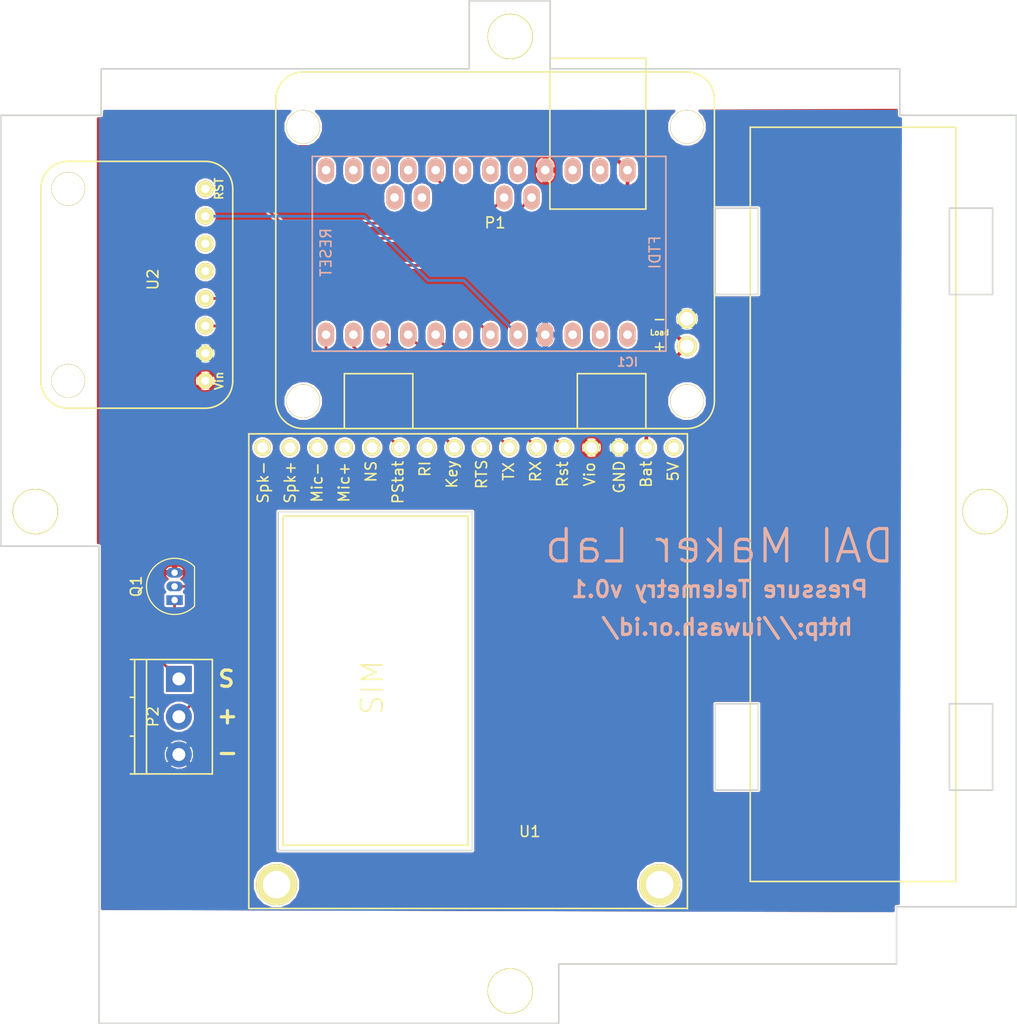
<source format=kicad_pcb>
(kicad_pcb (version 4) (host pcbnew 4.0.2-stable)

  (general
    (links 20)
    (no_connects 0)
    (area 77.424999 54.224999 171.675001 149.075001)
    (thickness 1.6)
    (drawings 48)
    (tracks 56)
    (zones 0)
    (modules 11)
    (nets 41)
  )

  (page A4)
  (layers
    (0 F.Cu signal)
    (31 B.Cu signal)
    (32 B.Adhes user)
    (33 F.Adhes user)
    (34 B.Paste user)
    (35 F.Paste user)
    (36 B.SilkS user)
    (37 F.SilkS user)
    (38 B.Mask user)
    (39 F.Mask user)
    (40 Dwgs.User user)
    (41 Cmts.User user)
    (42 Eco1.User user)
    (43 Eco2.User user)
    (44 Edge.Cuts user)
    (45 Margin user)
    (46 B.CrtYd user)
    (47 F.CrtYd user)
    (48 B.Fab user)
    (49 F.Fab user)
  )

  (setup
    (last_trace_width 0.25)
    (trace_clearance 0.2)
    (zone_clearance 0.102)
    (zone_45_only no)
    (trace_min 0.2)
    (segment_width 0.2)
    (edge_width 0.15)
    (via_size 0.6)
    (via_drill 0.4)
    (via_min_size 0.4)
    (via_min_drill 0.3)
    (uvia_size 0.3)
    (uvia_drill 0.1)
    (uvias_allowed no)
    (uvia_min_size 0.2)
    (uvia_min_drill 0.1)
    (pcb_text_width 0.3)
    (pcb_text_size 1.5 1.5)
    (mod_edge_width 0.15)
    (mod_text_size 1 1)
    (mod_text_width 0.15)
    (pad_size 4.3 4.3)
    (pad_drill 4)
    (pad_to_mask_clearance 0.2)
    (aux_axis_origin 0 0)
    (visible_elements FFFFFF7F)
    (pcbplotparams
      (layerselection 0x010f0_80000001)
      (usegerberextensions false)
      (excludeedgelayer true)
      (linewidth 0.100000)
      (plotframeref false)
      (viasonmask false)
      (mode 1)
      (useauxorigin false)
      (hpglpennumber 1)
      (hpglpenspeed 20)
      (hpglpendiameter 15)
      (hpglpenoverlay 2)
      (psnegative false)
      (psa4output false)
      (plotreference true)
      (plotvalue true)
      (plotinvisibletext false)
      (padsonsilk false)
      (subtractmaskfromsilk false)
      (outputformat 1)
      (mirror false)
      (drillshape 0)
      (scaleselection 1)
      (outputdirectory ""))
  )

  (net 0 "")
  (net 1 "Net-(IC1-Pad28)")
  (net 2 "Net-(IC1-Pad27)")
  (net 3 "Net-(IC1-Pad1)")
  (net 4 "Net-(IC1-Pad2)")
  (net 5 "Net-(IC1-Pad3)")
  (net 6 GND)
  (net 7 "Net-(IC1-Pad5)")
  (net 8 BASE)
  (net 9 "Net-(IC1-Pad7)")
  (net 10 "Net-(IC1-Pad8)")
  (net 11 "Net-(IC1-Pad9)")
  (net 12 "Net-(IC1-Pad10)")
  (net 13 "Net-(IC1-Pad11)")
  (net 14 "Net-(IC1-Pad12)")
  (net 15 "Net-(IC1-Pad13)")
  (net 16 "Net-(IC1-Pad14)")
  (net 17 "Net-(IC1-Pad15)")
  (net 18 "Net-(IC1-Pad16)")
  (net 19 "Net-(IC1-Pad17)")
  (net 20 "Net-(IC1-Pad18)")
  (net 21 "Net-(IC1-Pad19)")
  (net 22 "Net-(IC1-Pad20)")
  (net 23 VCC)
  (net 24 "Net-(IC1-Pad22)")
  (net 25 "Net-(IC1-Pad23)")
  (net 26 RAW)
  (net 27 SDA)
  (net 28 SCL)
  (net 29 "Net-(P2-Pad2)")
  (net 30 "Net-(U1-Pad1)")
  (net 31 "Net-(U1-Pad8)")
  (net 32 "Net-(U1-Pad12)")
  (net 33 "Net-(U1-Pad13)")
  (net 34 "Net-(U1-Pad14)")
  (net 35 "Net-(U1-Pad15)")
  (net 36 "Net-(U1-Pad16)")
  (net 37 "Net-(U2-Pad8)")
  (net 38 "Net-(U2-Pad6)")
  (net 39 "Net-(U2-Pad5)")
  (net 40 "Net-(U1-Pad10)")

  (net_class Default "This is the default net class."
    (clearance 0.2)
    (trace_width 0.25)
    (via_dia 0.6)
    (via_drill 0.4)
    (uvia_dia 0.3)
    (uvia_drill 0.1)
    (add_net BASE)
    (add_net "Net-(IC1-Pad1)")
    (add_net "Net-(IC1-Pad10)")
    (add_net "Net-(IC1-Pad11)")
    (add_net "Net-(IC1-Pad12)")
    (add_net "Net-(IC1-Pad13)")
    (add_net "Net-(IC1-Pad14)")
    (add_net "Net-(IC1-Pad15)")
    (add_net "Net-(IC1-Pad16)")
    (add_net "Net-(IC1-Pad17)")
    (add_net "Net-(IC1-Pad18)")
    (add_net "Net-(IC1-Pad19)")
    (add_net "Net-(IC1-Pad2)")
    (add_net "Net-(IC1-Pad20)")
    (add_net "Net-(IC1-Pad22)")
    (add_net "Net-(IC1-Pad23)")
    (add_net "Net-(IC1-Pad27)")
    (add_net "Net-(IC1-Pad28)")
    (add_net "Net-(IC1-Pad3)")
    (add_net "Net-(IC1-Pad5)")
    (add_net "Net-(IC1-Pad7)")
    (add_net "Net-(IC1-Pad8)")
    (add_net "Net-(IC1-Pad9)")
    (add_net "Net-(P2-Pad2)")
    (add_net "Net-(U1-Pad1)")
    (add_net "Net-(U1-Pad10)")
    (add_net "Net-(U1-Pad12)")
    (add_net "Net-(U1-Pad13)")
    (add_net "Net-(U1-Pad14)")
    (add_net "Net-(U1-Pad15)")
    (add_net "Net-(U1-Pad16)")
    (add_net "Net-(U1-Pad8)")
    (add_net "Net-(U2-Pad5)")
    (add_net "Net-(U2-Pad6)")
    (add_net "Net-(U2-Pad8)")
    (add_net SCL)
    (add_net SDA)
  )

  (net_class POWER ""
    (clearance 0.25)
    (trace_width 0.35)
    (via_dia 0.6)
    (via_drill 0.4)
    (uvia_dia 0.3)
    (uvia_drill 0.1)
    (add_net GND)
    (add_net RAW)
    (add_net VCC)
  )

  (module Terminal_Blocks:TerminalBlock_Pheonix_PT-3.5mm_3pol (layer F.Cu) (tedit 58C2CFDA) (tstamp 58C09361)
    (at 94 117.1 270)
    (descr "3-way 3.5mm pitch terminal block, Phoenix PT series")
    (path /58C04F0E)
    (fp_text reference P2 (at 3.5 2.4 450) (layer F.SilkS)
      (effects (font (size 1 1) (thickness 0.15)))
    )
    (fp_text value CONN_01X03 (at 3.5 6 270) (layer F.Fab)
      (effects (font (size 1 1) (thickness 0.15)))
    )
    (fp_line (start -2 -3.3) (end 9 -3.3) (layer F.CrtYd) (width 0.05))
    (fp_line (start -2 4.7) (end -2 -3.3) (layer F.CrtYd) (width 0.05))
    (fp_line (start 9 4.7) (end -2 4.7) (layer F.CrtYd) (width 0.05))
    (fp_line (start 9 -3.3) (end 9 4.7) (layer F.CrtYd) (width 0.05))
    (fp_line (start 1.7 4.1) (end 1.7 4.5) (layer F.SilkS) (width 0.15))
    (fp_line (start 5.3 4.1) (end 5.3 4.5) (layer F.SilkS) (width 0.15))
    (fp_line (start -1.8 3) (end 8.8 3) (layer F.SilkS) (width 0.15))
    (fp_line (start -1.8 4.1) (end 8.8 4.1) (layer F.SilkS) (width 0.15))
    (fp_line (start -1.8 -3.1) (end -1.8 4.5) (layer F.SilkS) (width 0.15))
    (fp_line (start 8.8 4.5) (end 8.8 -3.1) (layer F.SilkS) (width 0.15))
    (fp_line (start 8.8 -3.1) (end -1.8 -3.1) (layer F.SilkS) (width 0.15))
    (pad 2 thru_hole circle (at 3.5 0 270) (size 2.4 2.4) (drill 1.2) (layers *.Cu *.Mask)
      (net 29 "Net-(P2-Pad2)"))
    (pad 3 thru_hole circle (at 7 0 270) (size 2.4 2.4) (drill 1.2) (layers *.Cu *.Mask)
      (net 6 GND))
    (pad 1 thru_hole rect (at 0 0 270) (size 2.4 2.4) (drill 1.2) (layers *.Cu *.Mask)
      (net 19 "Net-(IC1-Pad17)"))
    (model Terminal_Blocks.3dshapes/TerminalBlock_Pheonix_PT-3.5mm_3pol.wrl
      (at (xyz 0 0 0))
      (scale (xyz 1 1 1))
      (rotate (xyz 0 0 0))
    )
  )

  (module TO_SOT_Packages_THT:TO-92_Inline_Narrow_Oval (layer F.Cu) (tedit 58610929) (tstamp 58C09368)
    (at 93.6 109.8 90)
    (descr "TO-92 leads in-line, narrow, oval pads, drill 0.6mm (see NXP sot054_po.pdf)")
    (tags "to-92 sc-43 sc-43a sot54 PA33 transistor")
    (path /58C050A2)
    (fp_text reference Q1 (at 1.27 -3.56 90) (layer F.SilkS)
      (effects (font (size 1 1) (thickness 0.15)))
    )
    (fp_text value PN2222A (at 1.27 2.79 90) (layer F.Fab)
      (effects (font (size 1 1) (thickness 0.15)))
    )
    (fp_text user %R (at 1.27 -3.56 90) (layer F.Fab)
      (effects (font (size 1 1) (thickness 0.15)))
    )
    (fp_line (start -0.53 1.85) (end 3.07 1.85) (layer F.SilkS) (width 0.12))
    (fp_line (start -0.5 1.75) (end 3 1.75) (layer F.Fab) (width 0.1))
    (fp_line (start -1.46 -2.73) (end 4 -2.73) (layer F.CrtYd) (width 0.05))
    (fp_line (start -1.46 -2.73) (end -1.46 2.01) (layer F.CrtYd) (width 0.05))
    (fp_line (start 4 2.01) (end 4 -2.73) (layer F.CrtYd) (width 0.05))
    (fp_line (start 4 2.01) (end -1.46 2.01) (layer F.CrtYd) (width 0.05))
    (fp_arc (start 1.27 0) (end 1.27 -2.48) (angle 135) (layer F.Fab) (width 0.1))
    (fp_arc (start 1.27 0) (end 1.27 -2.6) (angle -135) (layer F.SilkS) (width 0.12))
    (fp_arc (start 1.27 0) (end 1.27 -2.48) (angle -135) (layer F.Fab) (width 0.1))
    (fp_arc (start 1.27 0) (end 1.27 -2.6) (angle 135) (layer F.SilkS) (width 0.12))
    (pad 2 thru_hole oval (at 1.27 0 270) (size 0.9 1.5) (drill 0.6) (layers *.Cu *.Mask)
      (net 8 BASE))
    (pad 3 thru_hole oval (at 2.54 0 270) (size 0.9 1.5) (drill 0.6) (layers *.Cu *.Mask)
      (net 23 VCC))
    (pad 1 thru_hole rect (at 0 0 270) (size 0.9 1.5) (drill 0.6) (layers *.Cu *.Mask)
      (net 29 "Net-(P2-Pad2)"))
    (model TO_SOT_Packages_THT.3dshapes/TO-92_Inline_Narrow_Oval.wrl
      (at (xyz 0.05 0 0))
      (scale (xyz 1 1 1))
      (rotate (xyz 0 0 -90))
    )
  )

  (module DAI_Maker_Lab_footprints:FONA_808 (layer F.Cu) (tedit 57680CB0) (tstamp 58C09398)
    (at 120.8 117.9 180)
    (path /58C049A8)
    (fp_text reference U1 (at -5.715 -13.335 180) (layer F.SilkS)
      (effects (font (size 1 1) (thickness 0.15)))
    )
    (fp_text value FONA_808 (at -0.635 -17.78 180) (layer F.Fab)
      (effects (font (size 2 2) (thickness 0.15)))
    )
    (fp_line (start -20.32 -20.3) (end -20.32 -20.5) (layer F.SilkS) (width 0.15))
    (fp_text user SIM (at 8.89 0 270) (layer F.SilkS)
      (effects (font (size 2 2) (thickness 0.15)))
    )
    (fp_line (start 17.145 -14.605) (end 17.145 15.875) (layer F.SilkS) (width 0.15))
    (fp_line (start 17.145 15.875) (end 0 15.875) (layer F.SilkS) (width 0.15))
    (fp_line (start 0 15.875) (end 0 -14.605) (layer F.SilkS) (width 0.15))
    (fp_line (start 0 -14.605) (end 17.145 -14.605) (layer F.SilkS) (width 0.15))
    (fp_text user Spk- (at 19 19 270) (layer F.SilkS)
      (effects (font (size 1 1) (thickness 0.15)))
    )
    (fp_text user Spk+ (at 16.5 19 270) (layer F.SilkS)
      (effects (font (size 1 1) (thickness 0.15)))
    )
    (fp_text user Mic- (at 14 19 270) (layer F.SilkS)
      (effects (font (size 1 1) (thickness 0.15)))
    )
    (fp_text user Mic+ (at 11.5 19 270) (layer F.SilkS)
      (effects (font (size 1 1) (thickness 0.15)))
    )
    (fp_text user NS (at 9 20 270) (layer F.SilkS)
      (effects (font (size 1 1) (thickness 0.15)))
    )
    (fp_text user PStat (at 6.5 19 270) (layer F.SilkS)
      (effects (font (size 1 1) (thickness 0.15)))
    )
    (fp_text user RI (at 4 20.25 270) (layer F.SilkS)
      (effects (font (size 1 1) (thickness 0.15)))
    )
    (fp_text user Key (at 1.5 19.75 270) (layer F.SilkS)
      (effects (font (size 1 1) (thickness 0.15)))
    )
    (fp_text user RTS (at -1.25 19.75 270) (layer F.SilkS)
      (effects (font (size 1 1) (thickness 0.15)))
    )
    (fp_text user TX (at -3.75 20 270) (layer F.SilkS)
      (effects (font (size 1 1) (thickness 0.15)))
    )
    (fp_text user RX (at -6.25 20 270) (layer F.SilkS)
      (effects (font (size 1 1) (thickness 0.15)))
    )
    (fp_text user Rst (at -8.75 19.75 270) (layer F.SilkS)
      (effects (font (size 1 1) (thickness 0.15)))
    )
    (fp_text user Vio (at -11.25 19.75 270) (layer F.SilkS)
      (effects (font (size 1 1) (thickness 0.15)))
    )
    (fp_text user GND (at -14 19.5 270) (layer F.SilkS)
      (effects (font (size 1 1) (thickness 0.15)))
    )
    (fp_text user Bat (at -16.5 19.75 270) (layer F.SilkS)
      (effects (font (size 1 1) (thickness 0.15)))
    )
    (fp_text user 5V (at -19 20 270) (layer F.SilkS)
      (effects (font (size 1 1) (thickness 0.15)))
    )
    (fp_line (start -20.32 -20.455) (end 20.32 -20.455) (layer F.SilkS) (width 0.15))
    (fp_line (start 20.32 -20.4) (end 20.32 23.495) (layer F.SilkS) (width 0.15))
    (fp_line (start 20.32 23.495) (end -20.32 23.495) (layer F.SilkS) (width 0.15))
    (fp_line (start -20.32 23.495) (end -20.32 -20.4) (layer F.SilkS) (width 0.15))
    (pad 18 thru_hole circle (at 17.75 -18.25 180) (size 3.81 3.81) (drill 2.54) (layers *.Cu *.Mask F.SilkS))
    (pad 1 thru_hole circle (at -19.05 22.225 180) (size 1.524 1.524) (drill 1.016) (layers *.Cu *.Mask F.SilkS)
      (net 30 "Net-(U1-Pad1)"))
    (pad 2 thru_hole circle (at -16.51 22.225 180) (size 1.524 1.524) (drill 1.016) (layers *.Cu *.Mask F.SilkS)
      (net 26 RAW))
    (pad 3 thru_hole circle (at -13.97 22.225 180) (size 1.524 1.524) (drill 1.016) (layers *.Cu *.Mask F.SilkS)
      (net 6 GND))
    (pad 4 thru_hole circle (at -11.43 22.225 180) (size 1.524 1.524) (drill 1.016) (layers *.Cu *.Mask F.SilkS)
      (net 23 VCC))
    (pad 5 thru_hole circle (at -8.89 22.225 180) (size 1.524 1.524) (drill 1.016) (layers *.Cu *.Mask F.SilkS)
      (net 10 "Net-(IC1-Pad8)"))
    (pad 6 thru_hole circle (at -6.35 22.225 180) (size 1.524 1.524) (drill 1.016) (layers *.Cu *.Mask F.SilkS)
      (net 11 "Net-(IC1-Pad9)"))
    (pad 7 thru_hole circle (at -3.81 22.225 180) (size 1.524 1.524) (drill 1.016) (layers *.Cu *.Mask F.SilkS)
      (net 12 "Net-(IC1-Pad10)"))
    (pad 8 thru_hole circle (at -1.27 22.225 180) (size 1.524 1.524) (drill 1.016) (layers *.Cu *.Mask F.SilkS)
      (net 31 "Net-(U1-Pad8)"))
    (pad 9 thru_hole circle (at 1.27 22.225 180) (size 1.524 1.524) (drill 1.016) (layers *.Cu *.Mask F.SilkS)
      (net 13 "Net-(IC1-Pad11)"))
    (pad 10 thru_hole circle (at 3.81 22.225 180) (size 1.524 1.524) (drill 1.016) (layers *.Cu *.Mask F.SilkS)
      (net 40 "Net-(U1-Pad10)"))
    (pad 11 thru_hole circle (at 6.35 22.225 180) (size 1.524 1.524) (drill 1.016) (layers *.Cu *.Mask F.SilkS)
      (net 14 "Net-(IC1-Pad12)"))
    (pad 12 thru_hole circle (at 8.89 22.225 180) (size 1.524 1.524) (drill 1.016) (layers *.Cu *.Mask F.SilkS)
      (net 32 "Net-(U1-Pad12)"))
    (pad 13 thru_hole circle (at 11.43 22.225 180) (size 1.524 1.524) (drill 1.016) (layers *.Cu *.Mask F.SilkS)
      (net 33 "Net-(U1-Pad13)"))
    (pad 14 thru_hole circle (at 13.97 22.225 180) (size 1.524 1.524) (drill 1.016) (layers *.Cu *.Mask F.SilkS)
      (net 34 "Net-(U1-Pad14)"))
    (pad 15 thru_hole circle (at 16.51 22.225 180) (size 1.524 1.524) (drill 1.016) (layers *.Cu *.Mask F.SilkS)
      (net 35 "Net-(U1-Pad15)"))
    (pad 16 thru_hole circle (at 19.05 22.225 180) (size 1.524 1.524) (drill 1.016) (layers *.Cu *.Mask F.SilkS)
      (net 36 "Net-(U1-Pad16)"))
    (pad 17 thru_hole circle (at -17.75 -18.25 180) (size 3.81 3.81) (drill 2.54) (layers *.Cu *.Mask F.SilkS))
  )

  (module DAI_Maker_Lab_footprints:Adafruit_DS3231 (layer F.Cu) (tedit 58C17F7E) (tstamp 58C09D7C)
    (at 90.1 80.6 90)
    (path /58C053A0)
    (fp_text reference U2 (at 0.5 1.5 270) (layer F.SilkS)
      (effects (font (size 1 1) (thickness 0.15)))
    )
    (fp_text value Adafruit_DS3231 (at 0.5 -1.5 90) (layer F.Fab)
      (effects (font (size 1 1) (thickness 0.15)))
    )
    (fp_text user RST (at 8.89 7.62 90) (layer F.SilkS)
      (effects (font (size 0.75 0.75) (thickness 0.15)))
    )
    (fp_text user Vin (at -8.89 7.62 90) (layer F.SilkS)
      (effects (font (size 0.75 0.75) (thickness 0.15)))
    )
    (fp_line (start 11.43 6.35) (end 11.43 -6.35) (layer F.SilkS) (width 0.15))
    (fp_line (start -8.89 8.89) (end 8.89 8.89) (layer F.SilkS) (width 0.15))
    (fp_line (start -11.43 -6.35) (end -11.43 6.35) (layer F.SilkS) (width 0.15))
    (fp_arc (start 8.89 6.35) (end 11.43 6.35) (angle 90) (layer F.SilkS) (width 0.15))
    (fp_arc (start -8.89 6.35) (end -8.89 8.89) (angle 90) (layer F.SilkS) (width 0.15))
    (fp_line (start 8.89 -8.89) (end -8.89 -8.89) (layer F.SilkS) (width 0.15))
    (fp_arc (start 8.89 -6.35) (end 8.89 -8.89) (angle 90) (layer F.SilkS) (width 0.15))
    (fp_arc (start -8.89 -6.35) (end -11.43 -6.35) (angle 90) (layer F.SilkS) (width 0.15))
    (pad "" thru_hole circle (at 8.89 -6.35 90) (size 3.1 3.1) (drill 3) (layers *.Cu *.Mask F.SilkS))
    (pad 8 thru_hole circle (at 8.89 6.35 90) (size 1.524 1.524) (drill 0.762) (layers *.Cu *.Mask F.SilkS)
      (net 37 "Net-(U2-Pad8)"))
    (pad 7 thru_hole circle (at 6.35 6.35 90) (size 1.524 1.524) (drill 0.762) (layers *.Cu *.Mask F.SilkS)
      (net 7 "Net-(IC1-Pad5)"))
    (pad 6 thru_hole circle (at 3.81 6.35 90) (size 1.524 1.524) (drill 0.762) (layers *.Cu *.Mask F.SilkS)
      (net 38 "Net-(U2-Pad6)"))
    (pad 5 thru_hole circle (at 1.27 6.35 90) (size 1.524 1.524) (drill 0.762) (layers *.Cu *.Mask F.SilkS)
      (net 39 "Net-(U2-Pad5)"))
    (pad 4 thru_hole circle (at -1.27 6.35 90) (size 1.524 1.524) (drill 0.762) (layers *.Cu *.Mask F.SilkS)
      (net 27 SDA))
    (pad 3 thru_hole circle (at -3.81 6.35 90) (size 1.524 1.524) (drill 0.762) (layers *.Cu *.Mask F.SilkS)
      (net 28 SCL))
    (pad 2 thru_hole circle (at -6.35 6.35 90) (size 1.524 1.524) (drill 0.762) (layers *.Cu *.Mask F.SilkS)
      (net 6 GND))
    (pad 1 thru_hole circle (at -8.89 6.35 90) (size 1.524 1.524) (drill 0.762) (layers *.Cu *.Mask F.SilkS)
      (net 23 VCC))
    (pad "" thru_hole circle (at -8.89 -6.35 90) (size 3.1 3.1) (drill 3) (layers *.Cu *.Mask F.SilkS))
  )

  (module DAI_Maker_Lab_footprints:M4_Mounting_Hole (layer F.Cu) (tedit 58C1741F) (tstamp 58C17DA9)
    (at 80.7 101.6)
    (fp_text reference "" (at 0 0.5) (layer F.SilkS)
      (effects (font (size 1 1) (thickness 0.15)))
    )
    (fp_text value M4 (at 0 -2.8) (layer F.Fab)
      (effects (font (size 1 1) (thickness 0.15)))
    )
    (pad "" thru_hole circle (at 0 0) (size 4.2 4.2) (drill 4) (layers *.Cu *.Mask F.SilkS))
  )

  (module DAI_Maker_Lab_footprints:M4_Mounting_Hole (layer F.Cu) (tedit 58C1741F) (tstamp 58C17DF0)
    (at 168.7 101.6)
    (fp_text reference "" (at 0 0.5) (layer F.SilkS)
      (effects (font (size 1 1) (thickness 0.15)))
    )
    (fp_text value M4 (at 0 -2.8) (layer F.Fab)
      (effects (font (size 1 1) (thickness 0.15)))
    )
    (pad "" thru_hole circle (at 0 0) (size 4.2 4.2) (drill 4) (layers *.Cu *.Mask F.SilkS))
  )

  (module DAI_Maker_Lab_footprints:M4_Mounting_Hole (layer F.Cu) (tedit 58C2D1C8) (tstamp 58C17E03)
    (at 124.7 57.6)
    (fp_text reference "" (at 0 0.5) (layer F.SilkS)
      (effects (font (size 1 1) (thickness 0.15)))
    )
    (fp_text value M4 (at 0 3.1) (layer F.Fab)
      (effects (font (size 1 1) (thickness 0.15)))
    )
    (pad "" thru_hole circle (at 0 0) (size 4.2 4.2) (drill 4) (layers *.Cu *.Mask F.SilkS))
  )

  (module DAI_Maker_Lab_footprints:M4_Mounting_Hole (layer F.Cu) (tedit 58C1741F) (tstamp 58C17E0C)
    (at 124.7 146)
    (fp_text reference "" (at 0 0.5) (layer F.SilkS)
      (effects (font (size 1 1) (thickness 0.15)))
    )
    (fp_text value M4 (at 0 -2.8) (layer F.Fab)
      (effects (font (size 1 1) (thickness 0.15)))
    )
    (pad "" thru_hole circle (at 0 0) (size 4.2 4.2) (drill 4) (layers *.Cu *.Mask F.SilkS))
  )

  (module DAI_Maker_Lab_footprints:Arduino_Pro_Mini (layer B.Cu) (tedit 58C1795C) (tstamp 58C184D1)
    (at 121.6 77.6 180)
    (descr "IC, ARDUINO_PRO_MINI x 0,6\"")
    (tags "DIL ARDUINO PRO MINI")
    (path /58C05D7C)
    (fp_text reference IC1 (at -13.97 -10.16 180) (layer B.SilkS)
      (effects (font (size 0.8 0.8) (thickness 0.16)) (justify mirror))
    )
    (fp_text value ArduinoProMini (at 0 0 180) (layer B.Fab) hide
      (effects (font (size 0.8 0.8) (thickness 0.16)) (justify mirror))
    )
    (fp_text user RESET (at 13.97 0 450) (layer B.SilkS)
      (effects (font (size 1 1) (thickness 0.15)) (justify mirror))
    )
    (fp_text user FTDI (at -16.51 0 450) (layer B.SilkS)
      (effects (font (size 1 1) (thickness 0.15)) (justify mirror))
    )
    (fp_line (start 15.24 -9.144) (end 15.24 8.89) (layer B.SilkS) (width 0.15))
    (fp_line (start -17.526 8.89) (end -17.526 -9.144) (layer B.SilkS) (width 0.15))
    (fp_line (start 15.24 -9.144) (end -17.526 -9.144) (layer B.SilkS) (width 0.15))
    (fp_line (start -17.526 8.89) (end 15.24 8.89) (layer B.SilkS) (width 0.15))
    (pad 28 thru_hole oval (at 5.08 5.08 180) (size 1.50114 2.19964) (drill 0.8001) (layers *.Cu *.Mask B.SilkS)
      (net 1 "Net-(IC1-Pad28)"))
    (pad 27 thru_hole oval (at 7.62 5.08 180) (size 1.50114 2.19964) (drill 0.8001) (layers *.Cu *.Mask B.SilkS)
      (net 2 "Net-(IC1-Pad27)"))
    (pad 1 thru_hole oval (at -13.97 -7.62 180) (size 1.50114 2.19964) (drill 0.8001) (layers *.Cu *.Mask B.SilkS)
      (net 3 "Net-(IC1-Pad1)"))
    (pad 2 thru_hole oval (at -11.43 -7.62 180) (size 1.50114 2.19964) (drill 0.8001) (layers *.Cu *.Mask B.SilkS)
      (net 4 "Net-(IC1-Pad2)"))
    (pad 3 thru_hole oval (at -8.89 -7.62 180) (size 1.50114 2.19964) (drill 0.8001) (layers *.Cu *.Mask B.SilkS)
      (net 5 "Net-(IC1-Pad3)"))
    (pad 4 thru_hole oval (at -6.35 -7.62 180) (size 1.50114 2.19964) (drill 0.8001) (layers *.Cu *.Mask B.SilkS)
      (net 6 GND))
    (pad 5 thru_hole oval (at -3.81 -7.62 180) (size 1.50114 2.19964) (drill 0.8001) (layers *.Cu *.Mask B.SilkS)
      (net 7 "Net-(IC1-Pad5)"))
    (pad 6 thru_hole oval (at -1.27 -7.62 180) (size 1.50114 2.19964) (drill 0.8001) (layers *.Cu *.Mask B.SilkS)
      (net 8 BASE))
    (pad 7 thru_hole oval (at 1.27 -7.62 180) (size 1.50114 2.19964) (drill 0.8001) (layers *.Cu *.Mask B.SilkS)
      (net 9 "Net-(IC1-Pad7)"))
    (pad 8 thru_hole oval (at 3.81 -7.62 180) (size 1.50114 2.19964) (drill 0.8001) (layers *.Cu *.Mask B.SilkS)
      (net 10 "Net-(IC1-Pad8)"))
    (pad 9 thru_hole oval (at 6.35 -7.62 180) (size 1.50114 2.19964) (drill 0.8001) (layers *.Cu *.Mask B.SilkS)
      (net 11 "Net-(IC1-Pad9)"))
    (pad 10 thru_hole oval (at 8.89 -7.62 180) (size 1.50114 2.19964) (drill 0.8001) (layers *.Cu *.Mask B.SilkS)
      (net 12 "Net-(IC1-Pad10)"))
    (pad 11 thru_hole oval (at 11.43 -7.62 180) (size 1.50114 2.19964) (drill 0.8001) (layers *.Cu *.Mask B.SilkS)
      (net 13 "Net-(IC1-Pad11)"))
    (pad 12 thru_hole oval (at 13.97 -7.62 180) (size 1.50114 2.19964) (drill 0.8001) (layers *.Cu *.Mask B.SilkS)
      (net 14 "Net-(IC1-Pad12)"))
    (pad 13 thru_hole oval (at 13.97 7.62 180) (size 1.50114 2.19964) (drill 0.8001) (layers *.Cu *.Mask B.SilkS)
      (net 15 "Net-(IC1-Pad13)"))
    (pad 14 thru_hole oval (at 11.43 7.62 180) (size 1.50114 2.19964) (drill 0.8001) (layers *.Cu *.Mask B.SilkS)
      (net 16 "Net-(IC1-Pad14)"))
    (pad 15 thru_hole oval (at 8.89 7.62 180) (size 1.50114 2.19964) (drill 0.8001) (layers *.Cu *.Mask B.SilkS)
      (net 17 "Net-(IC1-Pad15)"))
    (pad 16 thru_hole oval (at 6.35 7.62 180) (size 1.50114 2.19964) (drill 0.8001) (layers *.Cu *.Mask B.SilkS)
      (net 18 "Net-(IC1-Pad16)"))
    (pad 17 thru_hole oval (at 3.81 7.62 180) (size 1.50114 2.19964) (drill 0.8001) (layers *.Cu *.Mask B.SilkS)
      (net 19 "Net-(IC1-Pad17)"))
    (pad 18 thru_hole oval (at 1.27 7.62 180) (size 1.50114 2.19964) (drill 0.8001) (layers *.Cu *.Mask B.SilkS)
      (net 20 "Net-(IC1-Pad18)"))
    (pad 19 thru_hole oval (at -1.27 7.62 180) (size 1.50114 2.19964) (drill 0.8001) (layers *.Cu *.Mask B.SilkS)
      (net 21 "Net-(IC1-Pad19)"))
    (pad 20 thru_hole oval (at -3.81 7.62 180) (size 1.50114 2.19964) (drill 0.8001) (layers *.Cu *.Mask B.SilkS)
      (net 22 "Net-(IC1-Pad20)"))
    (pad 21 thru_hole oval (at -6.35 7.62 180) (size 1.50114 2.19964) (drill 0.8001) (layers *.Cu *.Mask B.SilkS)
      (net 23 VCC))
    (pad 22 thru_hole oval (at -8.89 7.62 180) (size 1.50114 2.19964) (drill 0.8001) (layers *.Cu *.Mask B.SilkS)
      (net 24 "Net-(IC1-Pad22)"))
    (pad 23 thru_hole oval (at -11.43 7.62 180) (size 1.50114 2.19964) (drill 0.8001) (layers *.Cu *.Mask B.SilkS)
      (net 25 "Net-(IC1-Pad23)"))
    (pad 24 thru_hole oval (at -13.97 7.62 180) (size 1.50114 2.19964) (drill 0.8001) (layers *.Cu *.Mask B.SilkS)
      (net 26 RAW))
    (pad 25 thru_hole oval (at -2.54 5.08 180) (size 1.50114 2.19964) (drill 0.8001) (layers *.Cu *.Mask B.SilkS)
      (net 27 SDA))
    (pad 26 thru_hole oval (at -5.08 5.08 180) (size 1.50114 2.19964) (drill 0.8001) (layers *.Cu *.Mask B.SilkS)
      (net 28 SCL))
    (model Socket_Strips.3dshapes/Socket_Strip_Straight_1x02.wrl
      (at (xyz -0.15 0.2 0))
      (scale (xyz 1 1 1))
      (rotate (xyz 0 0 0))
    )
    (model Socket_Strips.3dshapes/Socket_Strip_Straight_1x03.wrl
      (at (xyz 0.55 0.1 0))
      (scale (xyz 1 1 1))
      (rotate (xyz 0 0 90))
    )
    (model Socket_Strips.3dshapes/Socket_Strip_Straight_1x12.wrl
      (at (xyz 0 0.3 0))
      (scale (xyz 1 1 1))
      (rotate (xyz 0 0 0))
    )
    (model Socket_Strips.3dshapes/Socket_Strip_Straight_1x12.wrl
      (at (xyz 0 -0.3 0))
      (scale (xyz 1 1 1))
      (rotate (xyz 0 0 0))
    )
    (model Socket_Strips.3dshapes/Socket_Strip_Straight_1x02.wrl
      (at (xyz 0.25 0.2 0))
      (scale (xyz 1 1 1))
      (rotate (xyz 0 0 0))
    )
    (model ${MYSLOCAL}/mysensors.3dshapes/mysensors_arduino.3dshapes/arduino_pro_mini.wrl
      (at (xyz -0.05 0 0.48))
      (scale (xyz 0.395 0.395 0.395))
      (rotate (xyz 0 0 180))
    )
    (model SMD_Packages.3dshapes/TQFP-32.wrl
      (at (xyz 0.05 0 0.5125))
      (scale (xyz 1 1 1))
      (rotate (xyz 0 0 315))
    )
    (model Pin_Headers.3dshapes/Pin_Header_Straight_1x12.wrl
      (at (xyz 0 -0.3 0.445))
      (scale (xyz 1 1 1))
      (rotate (xyz 0 180 0))
    )
    (model Pin_Headers.3dshapes/Pin_Header_Straight_1x12.wrl
      (at (xyz 0 0.3 0.445))
      (scale (xyz 1 1 1))
      (rotate (xyz 0 180 0))
    )
    (model Pin_Headers.3dshapes/Pin_Header_Straight_1x03.wrl
      (at (xyz 0.55 0.1 0.445))
      (scale (xyz 1 1 1))
      (rotate (xyz 0 180 90))
    )
    (model Pin_Headers.3dshapes/Pin_Header_Straight_1x02.wrl
      (at (xyz 0.25 0.2 0.445))
      (scale (xyz 1 1 1))
      (rotate (xyz 0 180 0))
    )
    (model Pin_Headers.3dshapes/Pin_Header_Straight_1x02.wrl
      (at (xyz -0.15 0.2 0.445))
      (scale (xyz 1 1 1))
      (rotate (xyz 0 180 0))
    )
    (model ${MYSLOCAL}/mysensors.3dshapes/w.lain.3dshapes/smd_leds/led_0603.wrl
      (at (xyz -0.3 0 0.5125))
      (scale (xyz 1 1 1))
      (rotate (xyz 0 0 0))
    )
    (model ${MYSLOCAL}/mysensors.3dshapes/w.lain.3dshapes/smd_leds/led_0603.wrl
      (at (xyz 0.55 -0.175 0.5125))
      (scale (xyz 1 1 1))
      (rotate (xyz 0 0 0))
    )
    (model Pin_Headers.3dshapes/Pin_Header_Angled_1x06.wrl
      (at (xyz -0.65 0 0.5125))
      (scale (xyz 1 1 1))
      (rotate (xyz 0 0 270))
    )
    (model Resistors_SMD.3dshapes/R_0603.wrl
      (at (xyz -0.3 -0.05 0.5125))
      (scale (xyz 1 1 1))
      (rotate (xyz 0 0 0))
    )
    (model Resistors_SMD.3dshapes/R_0603.wrl
      (at (xyz 0.55 -0.125 0.5125))
      (scale (xyz 1 1 1))
      (rotate (xyz 0 0 0))
    )
    (model Capacitors_SMD.3dshapes/C_0603.wrl
      (at (xyz -0.3 0.05 0.5125))
      (scale (xyz 1 1 1))
      (rotate (xyz 0 0 0))
    )
    (model Capacitors_Tantalum_SMD.3dshapes/TantalC_SizeS_EIA-3216.wrl
      (at (xyz -0.35 0.15 0.5125))
      (scale (xyz 1 1 1))
      (rotate (xyz 0 0 0))
    )
    (model Capacitors_Tantalum_SMD.3dshapes/TantalC_SizeS_EIA-3216.wrl
      (at (xyz -0.35 -0.15 0.5125))
      (scale (xyz 1 1 1))
      (rotate (xyz 0 0 0))
    )
    (model TO_SOT_Packages_SMD.3dshapes/SOT-23-5.wrl
      (at (xyz -0.4 0 0.5125))
      (scale (xyz 1 1 1))
      (rotate (xyz 0 0 90))
    )
    (model Capacitors_SMD.3dshapes/C_1210.wrl
      (at (xyz -0.5 0 0.5125))
      (scale (xyz 1 1 1))
      (rotate (xyz 0 0 90))
    )
  )

  (module DAI_Maker_Lab_footprints:LiPo_Cylindrical (layer F.Cu) (tedit 58CACF2B) (tstamp 58C18C52)
    (at 157.1 100.3 90)
    (fp_text reference "" (at 0 2.54 90) (layer F.SilkS)
      (effects (font (size 1 1) (thickness 0.15)))
    )
    (fp_text value LiPo_Cylindrical (at 0 -2.54 90) (layer F.Fab)
      (effects (font (size 1 1) (thickness 0.15)))
    )
    (fp_line (start -35.56 -10.16) (end 34.29 -10.16) (layer F.SilkS) (width 0.15))
    (fp_line (start 34.29 -10.16) (end 34.29 8.89) (layer F.SilkS) (width 0.15))
    (fp_line (start 34.29 8.89) (end -35.56 8.89) (layer F.SilkS) (width 0.15))
    (fp_line (start -35.56 8.89) (end -35.56 -10.16) (layer F.SilkS) (width 0.15))
  )

  (module DAI_Maker_Lab_footprints:Adafruit_LiPo_Solar (layer F.Cu) (tedit 58CAB2E3) (tstamp 58CAC4AD)
    (at 123.3 77.4 180)
    (path /58C05A2A)
    (fp_text reference P1 (at 0 2.54 180) (layer F.SilkS)
      (effects (font (size 1 1) (thickness 0.15)))
    )
    (fp_text value LIPO_SOLAR (at 0 -1.27 180) (layer F.Fab)
      (effects (font (size 1 1) (thickness 0.15)))
    )
    (fp_text user - (at -15.24 -6.35 180) (layer F.SilkS)
      (effects (font (size 1 1) (thickness 0.15)))
    )
    (fp_text user + (at -15.24 -8.89 180) (layer F.SilkS)
      (effects (font (size 1 1) (thickness 0.15)))
    )
    (fp_text user Load (at -15.24 -7.62 360) (layer F.SilkS)
      (effects (font (size 0.5 0.5) (thickness 0.125)))
    )
    (fp_line (start 20.32 -13.97) (end 20.32 13.97) (layer F.SilkS) (width 0.15))
    (fp_line (start -20.32 13.97) (end -20.32 -13.97) (layer F.SilkS) (width 0.15))
    (fp_line (start -13.97 17.78) (end -13.97 3.81) (layer F.SilkS) (width 0.15))
    (fp_line (start -13.97 17.78) (end -5.08 17.78) (layer F.SilkS) (width 0.15))
    (fp_line (start -5.08 17.78) (end -5.08 3.81) (layer F.SilkS) (width 0.15))
    (fp_line (start -5.08 3.81) (end -13.97 3.81) (layer F.SilkS) (width 0.15))
    (fp_line (start 13.97 -16.51) (end 13.97 -11.43) (layer F.SilkS) (width 0.15))
    (fp_line (start 13.97 -11.43) (end 7.62 -11.43) (layer F.SilkS) (width 0.15))
    (fp_line (start 7.62 -11.43) (end 7.62 -16.51) (layer F.SilkS) (width 0.15))
    (fp_line (start -13.97 -16.51) (end -13.97 -11.43) (layer F.SilkS) (width 0.15))
    (fp_line (start -13.97 -11.43) (end -7.62 -11.43) (layer F.SilkS) (width 0.15))
    (fp_line (start -7.62 -11.43) (end -7.62 -16.51) (layer F.SilkS) (width 0.15))
    (fp_line (start -17.78 16.51) (end 17.78 16.51) (layer F.SilkS) (width 0.15))
    (fp_line (start -17.78 -16.51) (end 17.78 -16.51) (layer F.SilkS) (width 0.15))
    (fp_arc (start -17.78 13.97) (end -17.78 16.51) (angle 90) (layer F.SilkS) (width 0.15))
    (fp_arc (start 17.78 13.97) (end 20.32 13.97) (angle 90) (layer F.SilkS) (width 0.15))
    (fp_arc (start 17.78 -13.97) (end 17.78 -16.51) (angle 90) (layer F.SilkS) (width 0.15))
    (fp_arc (start -17.78 -13.97) (end -20.32 -13.97) (angle 90) (layer F.SilkS) (width 0.15))
    (pad 2 thru_hole circle (at -17.78 -6.35 180) (size 1.82 1.82) (drill 1.27) (layers *.Cu *.Mask F.SilkS)
      (net 6 GND))
    (pad "" thru_hole circle (at 17.78 11.43 180) (size 3.1 3.1) (drill 3) (layers *.Cu *.Mask F.SilkS))
    (pad "" thru_hole circle (at -17.78 11.43 180) (size 3.1 3.1) (drill 3) (layers *.Cu *.Mask F.SilkS))
    (pad "" thru_hole circle (at 17.78 -13.97 180) (size 3.1 3.1) (drill 3) (layers *.Cu *.Mask F.SilkS))
    (pad "" thru_hole circle (at -17.78 -13.97 180) (size 3.1 3.1) (drill 3) (layers *.Cu *.Mask F.SilkS))
    (pad 1 thru_hole circle (at -17.78 -8.89 180) (size 1.82 1.82) (drill 1.27) (layers *.Cu *.Mask F.SilkS)
      (net 26 RAW))
  )

  (gr_line (start 165.4 127.4) (end 165.4 119.4) (angle 90) (layer Edge.Cuts) (width 0.15))
  (gr_line (start 169.4 127.4) (end 165.4 127.4) (angle 90) (layer Edge.Cuts) (width 0.15))
  (gr_line (start 169.4 119.4) (end 169.4 127.4) (angle 90) (layer Edge.Cuts) (width 0.15))
  (gr_line (start 165.4 119.4) (end 169.4 119.4) (angle 90) (layer Edge.Cuts) (width 0.15))
  (gr_line (start 143.7 127.4) (end 143.7 119.4) (angle 90) (layer Edge.Cuts) (width 0.15))
  (gr_line (start 147.7 127.4) (end 143.7 127.4) (angle 90) (layer Edge.Cuts) (width 0.15))
  (gr_line (start 147.7 119.4) (end 147.7 127.4) (angle 90) (layer Edge.Cuts) (width 0.15))
  (gr_line (start 143.7 119.4) (end 147.7 119.4) (angle 90) (layer Edge.Cuts) (width 0.15))
  (gr_line (start 165.4 81.5) (end 165.4 73.5) (angle 90) (layer Edge.Cuts) (width 0.15))
  (gr_line (start 169.4 81.5) (end 165.4 81.5) (angle 90) (layer Edge.Cuts) (width 0.15))
  (gr_line (start 169.4 73.5) (end 169.4 81.5) (angle 90) (layer Edge.Cuts) (width 0.15))
  (gr_line (start 165.4 73.5) (end 169.4 73.5) (angle 90) (layer Edge.Cuts) (width 0.15))
  (gr_line (start 143.7 81.5) (end 143.7 73.5) (angle 90) (layer Edge.Cuts) (width 0.15))
  (gr_line (start 147.7 81.5) (end 143.7 81.5) (angle 90) (layer Edge.Cuts) (width 0.15))
  (gr_line (start 147.7 73.5) (end 147.7 81.5) (angle 90) (layer Edge.Cuts) (width 0.15))
  (gr_line (start 143.7 73.5) (end 147.7 73.5) (angle 90) (layer Edge.Cuts) (width 0.15))
  (gr_text http://iuwash.or.id/ (at 144.8 112.3) (layer B.SilkS)
    (effects (font (size 1.5 1.5) (thickness 0.3)) (justify mirror))
  )
  (gr_text "Pressure Telemetry v0.1" (at 144.1 108.8) (layer B.SilkS)
    (effects (font (size 1.5 1.5) (thickness 0.3)) (justify mirror))
  )
  (gr_text "DAI Maker Lab" (at 144.1 104.8) (layer B.SilkS)
    (effects (font (size 3 3) (thickness 0.3)) (justify mirror))
  )
  (gr_line (start 129.2 143.5) (end 160.5 143.5) (angle 90) (layer Edge.Cuts) (width 0.15))
  (gr_line (start 129.2 149) (end 129.2 143.5) (angle 90) (layer Edge.Cuts) (width 0.15))
  (gr_line (start 128.4 54.3) (end 128.4 54.4) (angle 90) (layer Edge.Cuts) (width 0.15))
  (gr_line (start 121 54.3) (end 128.4 54.3) (angle 90) (layer Edge.Cuts) (width 0.15))
  (gr_line (start 128.4 60.6) (end 160.8 60.6) (angle 90) (layer Edge.Cuts) (width 0.15))
  (gr_line (start 128.4 54.4) (end 128.4 60.6) (angle 90) (layer Edge.Cuts) (width 0.15))
  (gr_line (start 120.9 54.3) (end 121 54.3) (angle 90) (layer Edge.Cuts) (width 0.15))
  (gr_line (start 120.9 60.6) (end 120.9 54.3) (angle 90) (layer Edge.Cuts) (width 0.15))
  (gr_line (start 86.8 60.6) (end 120.9 60.6) (angle 90) (layer Edge.Cuts) (width 0.15))
  (gr_line (start 77.5 104.8) (end 77.5 64.9) (angle 90) (layer Edge.Cuts) (width 0.15))
  (gr_line (start 86.6 138.2) (end 86.6 104.8) (angle 90) (layer Edge.Cuts) (width 0.15))
  (gr_line (start 77.5 104.8) (end 86.6 104.8) (angle 90) (layer Edge.Cuts) (width 0.15))
  (gr_text S (at 98.4 117.1) (layer F.SilkS)
    (effects (font (size 1.5 1.5) (thickness 0.3)))
  )
  (gr_text - (at 98.5 123.9) (layer F.SilkS)
    (effects (font (size 1.5 1.5) (thickness 0.3)))
  )
  (gr_text + (at 98.5 120.5) (layer F.SilkS)
    (effects (font (size 1.5 1.5) (thickness 0.3)))
  )
  (gr_line (start 103.2 133) (end 103.2 101.6) (angle 90) (layer Edge.Cuts) (width 0.15))
  (gr_line (start 121.2 133) (end 103.2 133) (angle 90) (layer Edge.Cuts) (width 0.15))
  (gr_line (start 121.2 101.6) (end 121.2 133) (angle 90) (layer Edge.Cuts) (width 0.15))
  (gr_line (start 103.2 101.6) (end 121.2 101.6) (angle 90) (layer Edge.Cuts) (width 0.15))
  (gr_line (start 86.8 64.9) (end 86.8 60.6) (angle 90) (layer Edge.Cuts) (width 0.15))
  (gr_line (start 77.5 64.9) (end 86.8 64.9) (angle 90) (layer Edge.Cuts) (width 0.15))
  (gr_line (start 160.8 60.6) (end 160.8 64.9) (angle 90) (layer Edge.Cuts) (width 0.15))
  (gr_line (start 160.8 64.9) (end 170.3 64.9) (angle 90) (layer Edge.Cuts) (width 0.15))
  (gr_line (start 170.3 64.9) (end 171.6 64.9) (angle 90) (layer Edge.Cuts) (width 0.15))
  (gr_line (start 171.6 64.9) (end 171.6 138.2) (angle 90) (layer Edge.Cuts) (width 0.15))
  (gr_line (start 171.6 138.2) (end 160.5 138.2) (angle 90) (layer Edge.Cuts) (width 0.15))
  (gr_line (start 160.5 138.2) (end 160.5 143.5) (angle 90) (layer Edge.Cuts) (width 0.15))
  (gr_line (start 129.2 149) (end 86.6 149) (angle 90) (layer Edge.Cuts) (width 0.15))
  (gr_line (start 86.6 149) (end 86.6 138.2) (angle 90) (layer Edge.Cuts) (width 0.15))

  (segment (start 142.4432 132.4864) (end 142.494 132.4864) (width 0.25) (layer F.Cu) (net 0))
  (segment (start 96.45 74.25) (end 111.15 74.25) (width 0.25) (layer B.Cu) (net 7))
  (segment (start 120.39 80.2) (end 125.41 85.22) (width 0.25) (layer B.Cu) (net 7) (tstamp 58C1B406))
  (segment (start 117.1 80.2) (end 120.39 80.2) (width 0.25) (layer B.Cu) (net 7) (tstamp 58C1B403))
  (segment (start 111.15 74.25) (end 117.1 80.2) (width 0.25) (layer B.Cu) (net 7) (tstamp 58C1B3FE))
  (segment (start 93.6 108.53) (end 94.77 108.53) (width 0.25) (layer F.Cu) (net 8))
  (segment (start 119.55 81.9) (end 122.87 85.22) (width 0.25) (layer F.Cu) (net 8) (tstamp 58CAC9B5))
  (segment (start 107.2 81.9) (end 119.55 81.9) (width 0.25) (layer F.Cu) (net 8) (tstamp 58CAC9B3))
  (segment (start 100 89.1) (end 107.2 81.9) (width 0.25) (layer F.Cu) (net 8) (tstamp 58CAC9AE))
  (segment (start 100 103.3) (end 100 89.1) (width 0.25) (layer F.Cu) (net 8) (tstamp 58CAC9AC))
  (segment (start 94.77 108.53) (end 100 103.3) (width 0.25) (layer F.Cu) (net 8) (tstamp 58CAC9A3))
  (segment (start 122.315 88.3) (end 129.69 95.675) (width 0.25) (layer F.Cu) (net 10) (tstamp 58CAC9EB))
  (segment (start 120.7 88.3) (end 122.315 88.3) (width 0.25) (layer F.Cu) (net 10) (tstamp 58CAC9E8))
  (segment (start 117.79 85.39) (end 120.7 88.3) (width 0.25) (layer F.Cu) (net 10) (tstamp 58CAC9E6))
  (segment (start 117.79 85.22) (end 117.79 85.39) (width 0.25) (layer F.Cu) (net 10))
  (segment (start 115.25 85.22) (end 115.25 85.25) (width 0.25) (layer F.Cu) (net 11))
  (segment (start 115.25 85.25) (end 120.2 90.2) (width 0.25) (layer F.Cu) (net 11) (tstamp 58CAC9DA))
  (segment (start 120.2 90.2) (end 121.675 90.2) (width 0.25) (layer F.Cu) (net 11) (tstamp 58CAC9DF))
  (segment (start 121.675 90.2) (end 127.15 95.675) (width 0.25) (layer F.Cu) (net 11) (tstamp 58CAC9E2))
  (segment (start 112.71 85.22) (end 112.71 85.51) (width 0.25) (layer F.Cu) (net 12))
  (segment (start 112.71 85.51) (end 119.3 92.1) (width 0.25) (layer F.Cu) (net 12) (tstamp 58CAC9CD))
  (segment (start 119.3 92.1) (end 121.035 92.1) (width 0.25) (layer F.Cu) (net 12) (tstamp 58CAC9D0))
  (segment (start 121.035 92.1) (end 124.61 95.675) (width 0.25) (layer F.Cu) (net 12) (tstamp 58CAC9D4))
  (segment (start 110.17 85.22) (end 110.17 86.315) (width 0.25) (layer F.Cu) (net 13))
  (segment (start 110.17 86.315) (end 119.53 95.675) (width 0.25) (layer F.Cu) (net 13) (tstamp 58CAC9C9))
  (segment (start 107.63 85.22) (end 107.63 88.855) (width 0.25) (layer F.Cu) (net 14))
  (segment (start 107.63 88.855) (end 114.45 95.675) (width 0.25) (layer F.Cu) (net 14) (tstamp 58CAC9C4))
  (segment (start 117.79 69.98) (end 117.79 70.69) (width 0.25) (layer F.Cu) (net 19))
  (segment (start 117.79 70.69) (end 118.7 71.6) (width 0.25) (layer F.Cu) (net 19) (tstamp 58C1BD4E))
  (segment (start 118.7 71.6) (end 118.7 73.5) (width 0.25) (layer F.Cu) (net 19) (tstamp 58C1BD50))
  (segment (start 118.7 73.5) (end 117.3 74.9) (width 0.25) (layer F.Cu) (net 19) (tstamp 58C1BD52))
  (segment (start 117.3 74.9) (end 103.5 74.9) (width 0.25) (layer F.Cu) (net 19) (tstamp 58C1BD55))
  (segment (start 103.5 74.9) (end 97.2 68.6) (width 0.25) (layer F.Cu) (net 19) (tstamp 58C1BD5B))
  (segment (start 97.2 68.6) (end 95.7 68.6) (width 0.25) (layer F.Cu) (net 19) (tstamp 58C1BD5E))
  (segment (start 95.7 68.6) (end 89.3 75) (width 0.25) (layer F.Cu) (net 19) (tstamp 58C1BD60))
  (segment (start 89.3 75) (end 89.3 112.4) (width 0.25) (layer F.Cu) (net 19) (tstamp 58C1BD62))
  (segment (start 89.3 112.4) (end 94 117.1) (width 0.25) (layer F.Cu) (net 19) (tstamp 58C1BD66))
  (segment (start 137.31 95.675) (end 137.31 90.06) (width 0.35) (layer F.Cu) (net 26))
  (segment (start 137.31 90.06) (end 141.08 86.29) (width 0.35) (layer F.Cu) (net 26) (tstamp 58CACB04))
  (segment (start 135.57 69.98) (end 135.57 80.78) (width 0.35) (layer F.Cu) (net 26))
  (segment (start 135.57 80.78) (end 141.08 86.29) (width 0.35) (layer F.Cu) (net 26) (tstamp 58CACAFF))
  (segment (start 135.57 69.98) (end 135.57 70.07) (width 0.35) (layer F.Cu) (net 26))
  (segment (start 102.32 67.84) (end 133.43 67.84) (width 0.35) (layer F.Cu) (net 26))
  (segment (start 133.43 67.84) (end 135.57 69.98) (width 0.35) (layer F.Cu) (net 26) (tstamp 58C1B416))
  (segment (start 96.45 81.87) (end 99.23 81.87) (width 0.25) (layer F.Cu) (net 27))
  (segment (start 120.36 76.3) (end 124.14 72.52) (width 0.25) (layer F.Cu) (net 27) (tstamp 58C1B3D9))
  (segment (start 104.8 76.3) (end 120.36 76.3) (width 0.25) (layer F.Cu) (net 27) (tstamp 58C1B3D7))
  (segment (start 99.23 81.87) (end 104.8 76.3) (width 0.25) (layer F.Cu) (net 27) (tstamp 58C1B3D0))
  (segment (start 96.45 84.41) (end 101.39 84.41) (width 0.25) (layer F.Cu) (net 28))
  (segment (start 120.4 78.8) (end 126.68 72.52) (width 0.25) (layer F.Cu) (net 28) (tstamp 58C1B3E1))
  (segment (start 107 78.8) (end 120.4 78.8) (width 0.25) (layer F.Cu) (net 28) (tstamp 58C1B3DF))
  (segment (start 101.39 84.41) (end 107 78.8) (width 0.25) (layer F.Cu) (net 28) (tstamp 58C1B3DD))
  (segment (start 93.6 109.8) (end 93.6 111.7) (width 0.25) (layer F.Cu) (net 29))
  (segment (start 96.8 117.8) (end 94 120.6) (width 0.25) (layer F.Cu) (net 29) (tstamp 58C83083))
  (segment (start 96.8 114.9) (end 96.8 117.8) (width 0.25) (layer F.Cu) (net 29) (tstamp 58C83081))
  (segment (start 93.6 111.7) (end 96.8 114.9) (width 0.25) (layer F.Cu) (net 29) (tstamp 58C8307B))

  (zone (net 6) (net_name GND) (layer B.Cu) (tstamp 58C1BE0F) (hatch edge 0.508)
    (connect_pads (clearance 0.102))
    (min_thickness 0.254)
    (fill yes (arc_segments 16) (thermal_gap 0.102) (thermal_bridge_width 0.508))
    (polygon
      (pts
        (xy 86.6 64.8) (xy 86.6 138.5) (xy 160.8 138.7) (xy 161 64.4) (xy 86.6 64.4)
      )
    )
    (filled_polygon
      (pts
        (xy 103.929684 64.905376) (xy 103.643326 65.595004) (xy 103.642675 66.34172) (xy 103.927829 67.031846) (xy 104.455376 67.560316)
        (xy 105.145004 67.846674) (xy 105.89172 67.847325) (xy 106.581846 67.562171) (xy 107.110316 67.034624) (xy 107.396674 66.344996)
        (xy 107.397325 65.59828) (xy 107.112171 64.908154) (xy 106.731683 64.527) (xy 139.868722 64.527) (xy 139.489684 64.905376)
        (xy 139.203326 65.595004) (xy 139.202675 66.34172) (xy 139.487829 67.031846) (xy 140.015376 67.560316) (xy 140.705004 67.846674)
        (xy 141.45172 67.847325) (xy 142.141846 67.562171) (xy 142.670316 67.034624) (xy 142.956674 66.344996) (xy 142.957325 65.59828)
        (xy 142.672171 64.908154) (xy 142.291683 64.527) (xy 160.496 64.527) (xy 160.496 64.9) (xy 160.519141 65.016336)
        (xy 160.58504 65.11496) (xy 160.683664 65.180859) (xy 160.8 65.204) (xy 160.870835 65.204) (xy 160.675163 137.896)
        (xy 160.5 137.896) (xy 160.383664 137.919141) (xy 160.28504 137.98504) (xy 160.219141 138.083664) (xy 160.196 138.2)
        (xy 160.196 138.571371) (xy 86.904 138.373818) (xy 86.904 136.592024) (xy 100.817614 136.592024) (xy 101.1567 137.412674)
        (xy 101.784023 138.041094) (xy 102.60408 138.381611) (xy 103.492024 138.382386) (xy 104.312674 138.0433) (xy 104.941094 137.415977)
        (xy 105.281611 136.59592) (xy 105.281614 136.592024) (xy 136.317614 136.592024) (xy 136.6567 137.412674) (xy 137.284023 138.041094)
        (xy 138.10408 138.381611) (xy 138.992024 138.382386) (xy 139.812674 138.0433) (xy 140.441094 137.415977) (xy 140.781611 136.59592)
        (xy 140.782386 135.707976) (xy 140.4433 134.887326) (xy 139.815977 134.258906) (xy 138.99592 133.918389) (xy 138.107976 133.917614)
        (xy 137.287326 134.2567) (xy 136.658906 134.884023) (xy 136.318389 135.70408) (xy 136.317614 136.592024) (xy 105.281614 136.592024)
        (xy 105.282386 135.707976) (xy 104.9433 134.887326) (xy 104.315977 134.258906) (xy 103.49592 133.918389) (xy 102.607976 133.917614)
        (xy 101.787326 134.2567) (xy 101.158906 134.884023) (xy 100.818389 135.70408) (xy 100.817614 136.592024) (xy 86.904 136.592024)
        (xy 86.904 125.17549) (xy 93.104115 125.17549) (xy 93.249604 125.348896) (xy 93.784657 125.540994) (xy 94.352493 125.513712)
        (xy 94.750396 125.348896) (xy 94.895885 125.17549) (xy 94 124.279605) (xy 93.104115 125.17549) (xy 86.904 125.17549)
        (xy 86.904 123.884657) (xy 92.559006 123.884657) (xy 92.586288 124.452493) (xy 92.751104 124.850396) (xy 92.92451 124.995885)
        (xy 93.820395 124.1) (xy 94.179605 124.1) (xy 95.07549 124.995885) (xy 95.248896 124.850396) (xy 95.440994 124.315343)
        (xy 95.413712 123.747507) (xy 95.248896 123.349604) (xy 95.07549 123.204115) (xy 94.179605 124.1) (xy 93.820395 124.1)
        (xy 92.92451 123.204115) (xy 92.751104 123.349604) (xy 92.559006 123.884657) (xy 86.904 123.884657) (xy 86.904 123.02451)
        (xy 93.104115 123.02451) (xy 94 123.920395) (xy 94.895885 123.02451) (xy 94.750396 122.851104) (xy 94.215343 122.659006)
        (xy 93.647507 122.686288) (xy 93.249604 122.851104) (xy 93.104115 123.02451) (xy 86.904 123.02451) (xy 86.904 120.902407)
        (xy 92.472735 120.902407) (xy 92.704717 121.463846) (xy 93.133894 121.893773) (xy 93.694928 122.126735) (xy 94.302407 122.127265)
        (xy 94.863846 121.895283) (xy 95.293773 121.466106) (xy 95.526735 120.905072) (xy 95.527265 120.297593) (xy 95.295283 119.736154)
        (xy 94.866106 119.306227) (xy 94.305072 119.073265) (xy 93.697593 119.072735) (xy 93.136154 119.304717) (xy 92.706227 119.733894)
        (xy 92.473265 120.294928) (xy 92.472735 120.902407) (xy 86.904 120.902407) (xy 86.904 115.9) (xy 92.466594 115.9)
        (xy 92.466594 118.3) (xy 92.489395 118.421179) (xy 92.561012 118.532474) (xy 92.670286 118.607138) (xy 92.8 118.633406)
        (xy 95.2 118.633406) (xy 95.321179 118.610605) (xy 95.432474 118.538988) (xy 95.507138 118.429714) (xy 95.533406 118.3)
        (xy 95.533406 115.9) (xy 95.510605 115.778821) (xy 95.438988 115.667526) (xy 95.329714 115.592862) (xy 95.2 115.566594)
        (xy 92.8 115.566594) (xy 92.678821 115.589395) (xy 92.567526 115.661012) (xy 92.492862 115.770286) (xy 92.466594 115.9)
        (xy 86.904 115.9) (xy 86.904 107.26) (xy 92.450921 107.26) (xy 92.513873 107.576479) (xy 92.693144 107.844777)
        (xy 92.812931 107.924816) (xy 92.729478 107.980578) (xy 92.561046 108.232655) (xy 92.5019 108.53) (xy 92.561046 108.827345)
        (xy 92.710577 109.051135) (xy 92.617526 109.111012) (xy 92.542862 109.220286) (xy 92.516594 109.35) (xy 92.516594 110.25)
        (xy 92.539395 110.371179) (xy 92.611012 110.482474) (xy 92.720286 110.557138) (xy 92.85 110.583406) (xy 94.35 110.583406)
        (xy 94.471179 110.560605) (xy 94.582474 110.488988) (xy 94.657138 110.379714) (xy 94.683406 110.25) (xy 94.683406 109.35)
        (xy 94.660605 109.228821) (xy 94.588988 109.117526) (xy 94.490175 109.05001) (xy 94.638954 108.827345) (xy 94.6981 108.53)
        (xy 94.638954 108.232655) (xy 94.470522 107.980578) (xy 94.387069 107.924816) (xy 94.506856 107.844777) (xy 94.686127 107.576479)
        (xy 94.749079 107.26) (xy 94.686127 106.943521) (xy 94.506856 106.675223) (xy 94.238558 106.495952) (xy 93.922079 106.433)
        (xy 93.277921 106.433) (xy 92.961442 106.495952) (xy 92.693144 106.675223) (xy 92.513873 106.943521) (xy 92.450921 107.26)
        (xy 86.904 107.26) (xy 86.904 104.8) (xy 86.880859 104.683664) (xy 86.81496 104.58504) (xy 86.727 104.526267)
        (xy 86.727 101.6) (xy 102.896 101.6) (xy 102.896 133) (xy 102.919141 133.116336) (xy 102.98504 133.21496)
        (xy 103.083664 133.280859) (xy 103.2 133.304) (xy 121.2 133.304) (xy 121.316336 133.280859) (xy 121.41496 133.21496)
        (xy 121.480859 133.116336) (xy 121.504 133) (xy 121.504 119.4) (xy 143.396 119.4) (xy 143.396 127.4)
        (xy 143.419141 127.516336) (xy 143.48504 127.61496) (xy 143.583664 127.680859) (xy 143.7 127.704) (xy 147.7 127.704)
        (xy 147.816336 127.680859) (xy 147.91496 127.61496) (xy 147.980859 127.516336) (xy 148.004 127.4) (xy 148.004 119.4)
        (xy 147.980859 119.283664) (xy 147.91496 119.18504) (xy 147.816336 119.119141) (xy 147.7 119.096) (xy 143.7 119.096)
        (xy 143.583664 119.119141) (xy 143.48504 119.18504) (xy 143.419141 119.283664) (xy 143.396 119.4) (xy 121.504 119.4)
        (xy 121.504 101.6) (xy 121.480859 101.483664) (xy 121.41496 101.38504) (xy 121.316336 101.319141) (xy 121.2 101.296)
        (xy 103.2 101.296) (xy 103.083664 101.319141) (xy 102.98504 101.38504) (xy 102.919141 101.483664) (xy 102.896 101.6)
        (xy 86.727 101.6) (xy 86.727 95.890665) (xy 100.660811 95.890665) (xy 100.826252 96.291063) (xy 101.132326 96.597671)
        (xy 101.532434 96.763811) (xy 101.965665 96.764189) (xy 102.366063 96.598748) (xy 102.672671 96.292674) (xy 102.838811 95.892566)
        (xy 102.838812 95.890665) (xy 103.200811 95.890665) (xy 103.366252 96.291063) (xy 103.672326 96.597671) (xy 104.072434 96.763811)
        (xy 104.505665 96.764189) (xy 104.906063 96.598748) (xy 105.212671 96.292674) (xy 105.378811 95.892566) (xy 105.378812 95.890665)
        (xy 105.740811 95.890665) (xy 105.906252 96.291063) (xy 106.212326 96.597671) (xy 106.612434 96.763811) (xy 107.045665 96.764189)
        (xy 107.446063 96.598748) (xy 107.752671 96.292674) (xy 107.918811 95.892566) (xy 107.918812 95.890665) (xy 108.280811 95.890665)
        (xy 108.446252 96.291063) (xy 108.752326 96.597671) (xy 109.152434 96.763811) (xy 109.585665 96.764189) (xy 109.986063 96.598748)
        (xy 110.292671 96.292674) (xy 110.458811 95.892566) (xy 110.458812 95.890665) (xy 110.820811 95.890665) (xy 110.986252 96.291063)
        (xy 111.292326 96.597671) (xy 111.692434 96.763811) (xy 112.125665 96.764189) (xy 112.526063 96.598748) (xy 112.832671 96.292674)
        (xy 112.998811 95.892566) (xy 112.998812 95.890665) (xy 113.360811 95.890665) (xy 113.526252 96.291063) (xy 113.832326 96.597671)
        (xy 114.232434 96.763811) (xy 114.665665 96.764189) (xy 115.066063 96.598748) (xy 115.372671 96.292674) (xy 115.538811 95.892566)
        (xy 115.538812 95.890665) (xy 115.900811 95.890665) (xy 116.066252 96.291063) (xy 116.372326 96.597671) (xy 116.772434 96.763811)
        (xy 117.205665 96.764189) (xy 117.606063 96.598748) (xy 117.912671 96.292674) (xy 118.078811 95.892566) (xy 118.078812 95.890665)
        (xy 118.440811 95.890665) (xy 118.606252 96.291063) (xy 118.912326 96.597671) (xy 119.312434 96.763811) (xy 119.745665 96.764189)
        (xy 120.146063 96.598748) (xy 120.452671 96.292674) (xy 120.618811 95.892566) (xy 120.618812 95.890665) (xy 120.980811 95.890665)
        (xy 121.146252 96.291063) (xy 121.452326 96.597671) (xy 121.852434 96.763811) (xy 122.285665 96.764189) (xy 122.686063 96.598748)
        (xy 122.992671 96.292674) (xy 123.158811 95.892566) (xy 123.158812 95.890665) (xy 123.520811 95.890665) (xy 123.686252 96.291063)
        (xy 123.992326 96.597671) (xy 124.392434 96.763811) (xy 124.825665 96.764189) (xy 125.226063 96.598748) (xy 125.532671 96.292674)
        (xy 125.698811 95.892566) (xy 125.698812 95.890665) (xy 126.060811 95.890665) (xy 126.226252 96.291063) (xy 126.532326 96.597671)
        (xy 126.932434 96.763811) (xy 127.365665 96.764189) (xy 127.766063 96.598748) (xy 128.072671 96.292674) (xy 128.238811 95.892566)
        (xy 128.238812 95.890665) (xy 128.600811 95.890665) (xy 128.766252 96.291063) (xy 129.072326 96.597671) (xy 129.472434 96.763811)
        (xy 129.905665 96.764189) (xy 130.306063 96.598748) (xy 130.612671 96.292674) (xy 130.775488 95.900567) (xy 131.090803 95.900567)
        (xy 131.26384 96.319349) (xy 131.583966 96.640034) (xy 132.002445 96.813802) (xy 132.455567 96.814197) (xy 132.874349 96.64116)
        (xy 133.08309 96.432782) (xy 134.191823 96.432782) (xy 134.283548 96.56061) (xy 134.659485 96.679353) (xy 135.052247 96.645194)
        (xy 135.256452 96.56061) (xy 135.348177 96.432782) (xy 134.77 95.854605) (xy 134.191823 96.432782) (xy 133.08309 96.432782)
        (xy 133.195034 96.321034) (xy 133.368802 95.902555) (xy 133.369096 95.564485) (xy 133.765647 95.564485) (xy 133.799806 95.957247)
        (xy 133.88439 96.161452) (xy 134.012218 96.253177) (xy 134.590395 95.675) (xy 134.949605 95.675) (xy 135.527782 96.253177)
        (xy 135.65561 96.161452) (xy 135.738012 95.900567) (xy 136.170803 95.900567) (xy 136.34384 96.319349) (xy 136.663966 96.640034)
        (xy 137.082445 96.813802) (xy 137.535567 96.814197) (xy 137.954349 96.64116) (xy 138.275034 96.321034) (xy 138.448802 95.902555)
        (xy 138.448812 95.890665) (xy 138.760811 95.890665) (xy 138.926252 96.291063) (xy 139.232326 96.597671) (xy 139.632434 96.763811)
        (xy 140.065665 96.764189) (xy 140.466063 96.598748) (xy 140.772671 96.292674) (xy 140.938811 95.892566) (xy 140.939189 95.459335)
        (xy 140.773748 95.058937) (xy 140.467674 94.752329) (xy 140.067566 94.586189) (xy 139.634335 94.585811) (xy 139.233937 94.751252)
        (xy 138.927329 95.057326) (xy 138.761189 95.457434) (xy 138.760811 95.890665) (xy 138.448812 95.890665) (xy 138.449197 95.449433)
        (xy 138.27616 95.030651) (xy 137.956034 94.709966) (xy 137.537555 94.536198) (xy 137.084433 94.535803) (xy 136.665651 94.70884)
        (xy 136.344966 95.028966) (xy 136.171198 95.447445) (xy 136.170803 95.900567) (xy 135.738012 95.900567) (xy 135.774353 95.785515)
        (xy 135.740194 95.392753) (xy 135.65561 95.188548) (xy 135.527782 95.096823) (xy 134.949605 95.675) (xy 134.590395 95.675)
        (xy 134.012218 95.096823) (xy 133.88439 95.188548) (xy 133.765647 95.564485) (xy 133.369096 95.564485) (xy 133.369197 95.449433)
        (xy 133.19616 95.030651) (xy 133.082925 94.917218) (xy 134.191823 94.917218) (xy 134.77 95.495395) (xy 135.348177 94.917218)
        (xy 135.256452 94.78939) (xy 134.880515 94.670647) (xy 134.487753 94.704806) (xy 134.283548 94.78939) (xy 134.191823 94.917218)
        (xy 133.082925 94.917218) (xy 132.876034 94.709966) (xy 132.457555 94.536198) (xy 132.004433 94.535803) (xy 131.585651 94.70884)
        (xy 131.264966 95.028966) (xy 131.091198 95.447445) (xy 131.090803 95.900567) (xy 130.775488 95.900567) (xy 130.778811 95.892566)
        (xy 130.779189 95.459335) (xy 130.613748 95.058937) (xy 130.307674 94.752329) (xy 129.907566 94.586189) (xy 129.474335 94.585811)
        (xy 129.073937 94.751252) (xy 128.767329 95.057326) (xy 128.601189 95.457434) (xy 128.600811 95.890665) (xy 128.238812 95.890665)
        (xy 128.239189 95.459335) (xy 128.073748 95.058937) (xy 127.767674 94.752329) (xy 127.367566 94.586189) (xy 126.934335 94.585811)
        (xy 126.533937 94.751252) (xy 126.227329 95.057326) (xy 126.061189 95.457434) (xy 126.060811 95.890665) (xy 125.698812 95.890665)
        (xy 125.699189 95.459335) (xy 125.533748 95.058937) (xy 125.227674 94.752329) (xy 124.827566 94.586189) (xy 124.394335 94.585811)
        (xy 123.993937 94.751252) (xy 123.687329 95.057326) (xy 123.521189 95.457434) (xy 123.520811 95.890665) (xy 123.158812 95.890665)
        (xy 123.159189 95.459335) (xy 122.993748 95.058937) (xy 122.687674 94.752329) (xy 122.287566 94.586189) (xy 121.854335 94.585811)
        (xy 121.453937 94.751252) (xy 121.147329 95.057326) (xy 120.981189 95.457434) (xy 120.980811 95.890665) (xy 120.618812 95.890665)
        (xy 120.619189 95.459335) (xy 120.453748 95.058937) (xy 120.147674 94.752329) (xy 119.747566 94.586189) (xy 119.314335 94.585811)
        (xy 118.913937 94.751252) (xy 118.607329 95.057326) (xy 118.441189 95.457434) (xy 118.440811 95.890665) (xy 118.078812 95.890665)
        (xy 118.079189 95.459335) (xy 117.913748 95.058937) (xy 117.607674 94.752329) (xy 117.207566 94.586189) (xy 116.774335 94.585811)
        (xy 116.373937 94.751252) (xy 116.067329 95.057326) (xy 115.901189 95.457434) (xy 115.900811 95.890665) (xy 115.538812 95.890665)
        (xy 115.539189 95.459335) (xy 115.373748 95.058937) (xy 115.067674 94.752329) (xy 114.667566 94.586189) (xy 114.234335 94.585811)
        (xy 113.833937 94.751252) (xy 113.527329 95.057326) (xy 113.361189 95.457434) (xy 113.360811 95.890665) (xy 112.998812 95.890665)
        (xy 112.999189 95.459335) (xy 112.833748 95.058937) (xy 112.527674 94.752329) (xy 112.127566 94.586189) (xy 111.694335 94.585811)
        (xy 111.293937 94.751252) (xy 110.987329 95.057326) (xy 110.821189 95.457434) (xy 110.820811 95.890665) (xy 110.458812 95.890665)
        (xy 110.459189 95.459335) (xy 110.293748 95.058937) (xy 109.987674 94.752329) (xy 109.587566 94.586189) (xy 109.154335 94.585811)
        (xy 108.753937 94.751252) (xy 108.447329 95.057326) (xy 108.281189 95.457434) (xy 108.280811 95.890665) (xy 107.918812 95.890665)
        (xy 107.919189 95.459335) (xy 107.753748 95.058937) (xy 107.447674 94.752329) (xy 107.047566 94.586189) (xy 106.614335 94.585811)
        (xy 106.213937 94.751252) (xy 105.907329 95.057326) (xy 105.741189 95.457434) (xy 105.740811 95.890665) (xy 105.378812 95.890665)
        (xy 105.379189 95.459335) (xy 105.213748 95.058937) (xy 104.907674 94.752329) (xy 104.507566 94.586189) (xy 104.074335 94.585811)
        (xy 103.673937 94.751252) (xy 103.367329 95.057326) (xy 103.201189 95.457434) (xy 103.200811 95.890665) (xy 102.838812 95.890665)
        (xy 102.839189 95.459335) (xy 102.673748 95.058937) (xy 102.367674 94.752329) (xy 101.967566 94.586189) (xy 101.534335 94.585811)
        (xy 101.133937 94.751252) (xy 100.827329 95.057326) (xy 100.661189 95.457434) (xy 100.660811 95.890665) (xy 86.727 95.890665)
        (xy 86.727 91.74172) (xy 103.642675 91.74172) (xy 103.927829 92.431846) (xy 104.455376 92.960316) (xy 105.145004 93.246674)
        (xy 105.89172 93.247325) (xy 106.581846 92.962171) (xy 107.110316 92.434624) (xy 107.396674 91.744996) (xy 107.396676 91.74172)
        (xy 139.202675 91.74172) (xy 139.487829 92.431846) (xy 140.015376 92.960316) (xy 140.705004 93.246674) (xy 141.45172 93.247325)
        (xy 142.141846 92.962171) (xy 142.670316 92.434624) (xy 142.956674 91.744996) (xy 142.957325 90.99828) (xy 142.672171 90.308154)
        (xy 142.144624 89.779684) (xy 141.454996 89.493326) (xy 140.70828 89.492675) (xy 140.018154 89.777829) (xy 139.489684 90.305376)
        (xy 139.203326 90.995004) (xy 139.202675 91.74172) (xy 107.396676 91.74172) (xy 107.397325 90.99828) (xy 107.112171 90.308154)
        (xy 106.584624 89.779684) (xy 105.894996 89.493326) (xy 105.14828 89.492675) (xy 104.458154 89.777829) (xy 103.929684 90.305376)
        (xy 103.643326 90.995004) (xy 103.642675 91.74172) (xy 86.727 91.74172) (xy 86.727 89.715567) (xy 95.310803 89.715567)
        (xy 95.48384 90.134349) (xy 95.803966 90.455034) (xy 96.222445 90.628802) (xy 96.675567 90.629197) (xy 97.094349 90.45616)
        (xy 97.415034 90.136034) (xy 97.588802 89.717555) (xy 97.589197 89.264433) (xy 97.41616 88.845651) (xy 97.096034 88.524966)
        (xy 96.677555 88.351198) (xy 96.224433 88.350803) (xy 95.805651 88.52384) (xy 95.484966 88.843966) (xy 95.311198 89.262445)
        (xy 95.310803 89.715567) (xy 86.727 89.715567) (xy 86.727 87.707782) (xy 95.871823 87.707782) (xy 95.963548 87.83561)
        (xy 96.339485 87.954353) (xy 96.732247 87.920194) (xy 96.936452 87.83561) (xy 97.028177 87.707782) (xy 96.45 87.129605)
        (xy 95.871823 87.707782) (xy 86.727 87.707782) (xy 86.727 86.839485) (xy 95.445647 86.839485) (xy 95.479806 87.232247)
        (xy 95.56439 87.436452) (xy 95.692218 87.528177) (xy 96.270395 86.95) (xy 96.629605 86.95) (xy 97.207782 87.528177)
        (xy 97.33561 87.436452) (xy 97.454353 87.060515) (xy 97.420194 86.667753) (xy 97.33561 86.463548) (xy 97.207782 86.371823)
        (xy 96.629605 86.95) (xy 96.270395 86.95) (xy 95.692218 86.371823) (xy 95.56439 86.463548) (xy 95.445647 86.839485)
        (xy 86.727 86.839485) (xy 86.727 86.192218) (xy 95.871823 86.192218) (xy 96.45 86.770395) (xy 97.028177 86.192218)
        (xy 96.936452 86.06439) (xy 96.560515 85.945647) (xy 96.167753 85.979806) (xy 95.963548 86.06439) (xy 95.871823 86.192218)
        (xy 86.727 86.192218) (xy 86.727 84.625665) (xy 95.360811 84.625665) (xy 95.526252 85.026063) (xy 95.832326 85.332671)
        (xy 96.232434 85.498811) (xy 96.665665 85.499189) (xy 97.066063 85.333748) (xy 97.372671 85.027674) (xy 97.449438 84.842797)
        (xy 106.55243 84.842797) (xy 106.55243 85.597203) (xy 106.634455 86.009571) (xy 106.868043 86.35916) (xy 107.217632 86.592748)
        (xy 107.63 86.674773) (xy 108.042368 86.592748) (xy 108.391957 86.35916) (xy 108.625545 86.009571) (xy 108.70757 85.597203)
        (xy 108.70757 84.842797) (xy 109.09243 84.842797) (xy 109.09243 85.597203) (xy 109.174455 86.009571) (xy 109.408043 86.35916)
        (xy 109.757632 86.592748) (xy 110.17 86.674773) (xy 110.582368 86.592748) (xy 110.931957 86.35916) (xy 111.165545 86.009571)
        (xy 111.24757 85.597203) (xy 111.24757 84.842797) (xy 111.63243 84.842797) (xy 111.63243 85.597203) (xy 111.714455 86.009571)
        (xy 111.948043 86.35916) (xy 112.297632 86.592748) (xy 112.71 86.674773) (xy 113.122368 86.592748) (xy 113.471957 86.35916)
        (xy 113.705545 86.009571) (xy 113.78757 85.597203) (xy 113.78757 84.842797) (xy 114.17243 84.842797) (xy 114.17243 85.597203)
        (xy 114.254455 86.009571) (xy 114.488043 86.35916) (xy 114.837632 86.592748) (xy 115.25 86.674773) (xy 115.662368 86.592748)
        (xy 116.011957 86.35916) (xy 116.245545 86.009571) (xy 116.32757 85.597203) (xy 116.32757 84.842797) (xy 116.71243 84.842797)
        (xy 116.71243 85.597203) (xy 116.794455 86.009571) (xy 117.028043 86.35916) (xy 117.377632 86.592748) (xy 117.79 86.674773)
        (xy 118.202368 86.592748) (xy 118.551957 86.35916) (xy 118.785545 86.009571) (xy 118.86757 85.597203) (xy 118.86757 84.842797)
        (xy 119.25243 84.842797) (xy 119.25243 85.597203) (xy 119.334455 86.009571) (xy 119.568043 86.35916) (xy 119.917632 86.592748)
        (xy 120.33 86.674773) (xy 120.742368 86.592748) (xy 121.091957 86.35916) (xy 121.325545 86.009571) (xy 121.40757 85.597203)
        (xy 121.40757 84.842797) (xy 121.325545 84.430429) (xy 121.091957 84.08084) (xy 120.742368 83.847252) (xy 120.33 83.765227)
        (xy 119.917632 83.847252) (xy 119.568043 84.08084) (xy 119.334455 84.430429) (xy 119.25243 84.842797) (xy 118.86757 84.842797)
        (xy 118.785545 84.430429) (xy 118.551957 84.08084) (xy 118.202368 83.847252) (xy 117.79 83.765227) (xy 117.377632 83.847252)
        (xy 117.028043 84.08084) (xy 116.794455 84.430429) (xy 116.71243 84.842797) (xy 116.32757 84.842797) (xy 116.245545 84.430429)
        (xy 116.011957 84.08084) (xy 115.662368 83.847252) (xy 115.25 83.765227) (xy 114.837632 83.847252) (xy 114.488043 84.08084)
        (xy 114.254455 84.430429) (xy 114.17243 84.842797) (xy 113.78757 84.842797) (xy 113.705545 84.430429) (xy 113.471957 84.08084)
        (xy 113.122368 83.847252) (xy 112.71 83.765227) (xy 112.297632 83.847252) (xy 111.948043 84.08084) (xy 111.714455 84.430429)
        (xy 111.63243 84.842797) (xy 111.24757 84.842797) (xy 111.165545 84.430429) (xy 110.931957 84.08084) (xy 110.582368 83.847252)
        (xy 110.17 83.765227) (xy 109.757632 83.847252) (xy 109.408043 84.08084) (xy 109.174455 84.430429) (xy 109.09243 84.842797)
        (xy 108.70757 84.842797) (xy 108.625545 84.430429) (xy 108.391957 84.08084) (xy 108.042368 83.847252) (xy 107.63 83.765227)
        (xy 107.217632 83.847252) (xy 106.868043 84.08084) (xy 106.634455 84.430429) (xy 106.55243 84.842797) (xy 97.449438 84.842797)
        (xy 97.538811 84.627566) (xy 97.539189 84.194335) (xy 97.373748 83.793937) (xy 97.067674 83.487329) (xy 96.667566 83.321189)
        (xy 96.234335 83.320811) (xy 95.833937 83.486252) (xy 95.527329 83.792326) (xy 95.361189 84.192434) (xy 95.360811 84.625665)
        (xy 86.727 84.625665) (xy 86.727 82.085665) (xy 95.360811 82.085665) (xy 95.526252 82.486063) (xy 95.832326 82.792671)
        (xy 96.232434 82.958811) (xy 96.665665 82.959189) (xy 97.066063 82.793748) (xy 97.372671 82.487674) (xy 97.538811 82.087566)
        (xy 97.539189 81.654335) (xy 97.373748 81.253937) (xy 97.067674 80.947329) (xy 96.667566 80.781189) (xy 96.234335 80.780811)
        (xy 95.833937 80.946252) (xy 95.527329 81.252326) (xy 95.361189 81.652434) (xy 95.360811 82.085665) (xy 86.727 82.085665)
        (xy 86.727 79.545665) (xy 95.360811 79.545665) (xy 95.526252 79.946063) (xy 95.832326 80.252671) (xy 96.232434 80.418811)
        (xy 96.665665 80.419189) (xy 97.066063 80.253748) (xy 97.372671 79.947674) (xy 97.538811 79.547566) (xy 97.539189 79.114335)
        (xy 97.373748 78.713937) (xy 97.067674 78.407329) (xy 96.667566 78.241189) (xy 96.234335 78.240811) (xy 95.833937 78.406252)
        (xy 95.527329 78.712326) (xy 95.361189 79.112434) (xy 95.360811 79.545665) (xy 86.727 79.545665) (xy 86.727 77.005665)
        (xy 95.360811 77.005665) (xy 95.526252 77.406063) (xy 95.832326 77.712671) (xy 96.232434 77.878811) (xy 96.665665 77.879189)
        (xy 97.066063 77.713748) (xy 97.372671 77.407674) (xy 97.538811 77.007566) (xy 97.539189 76.574335) (xy 97.373748 76.173937)
        (xy 97.067674 75.867329) (xy 96.667566 75.701189) (xy 96.234335 75.700811) (xy 95.833937 75.866252) (xy 95.527329 76.172326)
        (xy 95.361189 76.572434) (xy 95.360811 77.005665) (xy 86.727 77.005665) (xy 86.727 74.465665) (xy 95.360811 74.465665)
        (xy 95.526252 74.866063) (xy 95.832326 75.172671) (xy 96.232434 75.338811) (xy 96.665665 75.339189) (xy 97.066063 75.173748)
        (xy 97.372671 74.867674) (xy 97.441465 74.702) (xy 110.962776 74.702) (xy 116.780388 80.519612) (xy 116.927027 80.617594)
        (xy 117.1 80.652) (xy 120.202776 80.652) (xy 123.630929 84.080153) (xy 123.282368 83.847252) (xy 122.87 83.765227)
        (xy 122.457632 83.847252) (xy 122.108043 84.08084) (xy 121.874455 84.430429) (xy 121.79243 84.842797) (xy 121.79243 85.597203)
        (xy 121.874455 86.009571) (xy 122.108043 86.35916) (xy 122.457632 86.592748) (xy 122.87 86.674773) (xy 123.282368 86.592748)
        (xy 123.631957 86.35916) (xy 123.865545 86.009571) (xy 123.94757 85.597203) (xy 123.94757 84.842797) (xy 123.865545 84.430429)
        (xy 123.632644 84.081868) (xy 124.342574 84.791798) (xy 124.33243 84.842797) (xy 124.33243 85.597203) (xy 124.414455 86.009571)
        (xy 124.648043 86.35916) (xy 124.997632 86.592748) (xy 125.41 86.674773) (xy 125.822368 86.592748) (xy 126.171957 86.35916)
        (xy 126.405545 86.009571) (xy 126.48757 85.597203) (xy 126.48757 85.347) (xy 126.97043 85.347) (xy 126.97043 85.69625)
        (xy 127.093596 86.061448) (xy 127.347142 86.351713) (xy 127.672618 86.508726) (xy 127.823 86.482784) (xy 127.823 85.347)
        (xy 128.077 85.347) (xy 128.077 86.482784) (xy 128.227382 86.508726) (xy 128.552858 86.351713) (xy 128.806404 86.061448)
        (xy 128.92957 85.69625) (xy 128.92957 85.347) (xy 128.077 85.347) (xy 127.823 85.347) (xy 126.97043 85.347)
        (xy 126.48757 85.347) (xy 126.48757 84.842797) (xy 126.467869 84.74375) (xy 126.97043 84.74375) (xy 126.97043 85.093)
        (xy 127.823 85.093) (xy 127.823 83.957216) (xy 128.077 83.957216) (xy 128.077 85.093) (xy 128.92957 85.093)
        (xy 128.92957 84.842797) (xy 129.41243 84.842797) (xy 129.41243 85.597203) (xy 129.494455 86.009571) (xy 129.728043 86.35916)
        (xy 130.077632 86.592748) (xy 130.49 86.674773) (xy 130.902368 86.592748) (xy 131.251957 86.35916) (xy 131.485545 86.009571)
        (xy 131.56757 85.597203) (xy 131.56757 84.842797) (xy 131.95243 84.842797) (xy 131.95243 85.597203) (xy 132.034455 86.009571)
        (xy 132.268043 86.35916) (xy 132.617632 86.592748) (xy 133.03 86.674773) (xy 133.442368 86.592748) (xy 133.791957 86.35916)
        (xy 134.025545 86.009571) (xy 134.10757 85.597203) (xy 134.10757 84.842797) (xy 134.49243 84.842797) (xy 134.49243 85.597203)
        (xy 134.574455 86.009571) (xy 134.808043 86.35916) (xy 135.157632 86.592748) (xy 135.57 86.674773) (xy 135.982368 86.592748)
        (xy 136.054011 86.544877) (xy 139.792777 86.544877) (xy 139.988298 87.018075) (xy 140.350021 87.380429) (xy 140.822877 87.576776)
        (xy 141.334877 87.577223) (xy 141.808075 87.381702) (xy 142.170429 87.019979) (xy 142.366776 86.547123) (xy 142.367223 86.035123)
        (xy 142.171702 85.561925) (xy 141.809979 85.199571) (xy 141.337123 85.003224) (xy 140.825123 85.002777) (xy 140.351925 85.198298)
        (xy 139.989571 85.560021) (xy 139.793224 86.032877) (xy 139.792777 86.544877) (xy 136.054011 86.544877) (xy 136.331957 86.35916)
        (xy 136.565545 86.009571) (xy 136.64757 85.597203) (xy 136.64757 84.842797) (xy 136.602321 84.615311) (xy 140.394294 84.615311)
        (xy 140.504235 84.758537) (xy 140.934014 84.902102) (xy 141.386017 84.87027) (xy 141.655765 84.758537) (xy 141.765706 84.615311)
        (xy 141.08 83.929605) (xy 140.394294 84.615311) (xy 136.602321 84.615311) (xy 136.565545 84.430429) (xy 136.331957 84.08084)
        (xy 135.982368 83.847252) (xy 135.57 83.765227) (xy 135.157632 83.847252) (xy 134.808043 84.08084) (xy 134.574455 84.430429)
        (xy 134.49243 84.842797) (xy 134.10757 84.842797) (xy 134.025545 84.430429) (xy 133.791957 84.08084) (xy 133.442368 83.847252)
        (xy 133.03 83.765227) (xy 132.617632 83.847252) (xy 132.268043 84.08084) (xy 132.034455 84.430429) (xy 131.95243 84.842797)
        (xy 131.56757 84.842797) (xy 131.485545 84.430429) (xy 131.251957 84.08084) (xy 130.902368 83.847252) (xy 130.49 83.765227)
        (xy 130.077632 83.847252) (xy 129.728043 84.08084) (xy 129.494455 84.430429) (xy 129.41243 84.842797) (xy 128.92957 84.842797)
        (xy 128.92957 84.74375) (xy 128.806404 84.378552) (xy 128.552858 84.088287) (xy 128.227382 83.931274) (xy 128.077 83.957216)
        (xy 127.823 83.957216) (xy 127.672618 83.931274) (xy 127.347142 84.088287) (xy 127.093596 84.378552) (xy 126.97043 84.74375)
        (xy 126.467869 84.74375) (xy 126.405545 84.430429) (xy 126.171957 84.08084) (xy 125.822368 83.847252) (xy 125.41 83.765227)
        (xy 124.997632 83.847252) (xy 124.805113 83.975889) (xy 124.433238 83.604014) (xy 139.927898 83.604014) (xy 139.95973 84.056017)
        (xy 140.071463 84.325765) (xy 140.214689 84.435706) (xy 140.900395 83.75) (xy 141.259605 83.75) (xy 141.945311 84.435706)
        (xy 142.088537 84.325765) (xy 142.232102 83.895986) (xy 142.20027 83.443983) (xy 142.088537 83.174235) (xy 141.945311 83.064294)
        (xy 141.259605 83.75) (xy 140.900395 83.75) (xy 140.214689 83.064294) (xy 140.071463 83.174235) (xy 139.927898 83.604014)
        (xy 124.433238 83.604014) (xy 123.713913 82.884689) (xy 140.394294 82.884689) (xy 141.08 83.570395) (xy 141.765706 82.884689)
        (xy 141.655765 82.741463) (xy 141.225986 82.597898) (xy 140.773983 82.62973) (xy 140.504235 82.741463) (xy 140.394294 82.884689)
        (xy 123.713913 82.884689) (xy 120.709612 79.880388) (xy 120.562973 79.782406) (xy 120.39 79.748) (xy 117.287224 79.748)
        (xy 111.469612 73.930388) (xy 111.322973 73.832406) (xy 111.15 73.798) (xy 97.441537 73.798) (xy 97.373748 73.633937)
        (xy 97.067674 73.327329) (xy 96.667566 73.161189) (xy 96.234335 73.160811) (xy 95.833937 73.326252) (xy 95.527329 73.632326)
        (xy 95.361189 74.032434) (xy 95.360811 74.465665) (xy 86.727 74.465665) (xy 86.727 71.925665) (xy 95.360811 71.925665)
        (xy 95.526252 72.326063) (xy 95.832326 72.632671) (xy 96.232434 72.798811) (xy 96.665665 72.799189) (xy 97.066063 72.633748)
        (xy 97.372671 72.327674) (xy 97.449438 72.142797) (xy 112.90243 72.142797) (xy 112.90243 72.897203) (xy 112.984455 73.309571)
        (xy 113.218043 73.65916) (xy 113.567632 73.892748) (xy 113.98 73.974773) (xy 114.392368 73.892748) (xy 114.741957 73.65916)
        (xy 114.975545 73.309571) (xy 115.05757 72.897203) (xy 115.05757 72.142797) (xy 115.44243 72.142797) (xy 115.44243 72.897203)
        (xy 115.524455 73.309571) (xy 115.758043 73.65916) (xy 116.107632 73.892748) (xy 116.52 73.974773) (xy 116.932368 73.892748)
        (xy 117.281957 73.65916) (xy 117.515545 73.309571) (xy 117.59757 72.897203) (xy 117.59757 72.142797) (xy 123.06243 72.142797)
        (xy 123.06243 72.897203) (xy 123.144455 73.309571) (xy 123.378043 73.65916) (xy 123.727632 73.892748) (xy 124.14 73.974773)
        (xy 124.552368 73.892748) (xy 124.901957 73.65916) (xy 125.135545 73.309571) (xy 125.21757 72.897203) (xy 125.21757 72.142797)
        (xy 125.60243 72.142797) (xy 125.60243 72.897203) (xy 125.684455 73.309571) (xy 125.918043 73.65916) (xy 126.267632 73.892748)
        (xy 126.68 73.974773) (xy 127.092368 73.892748) (xy 127.441957 73.65916) (xy 127.548304 73.5) (xy 143.396 73.5)
        (xy 143.396 81.5) (xy 143.419141 81.616336) (xy 143.48504 81.71496) (xy 143.583664 81.780859) (xy 143.7 81.804)
        (xy 147.7 81.804) (xy 147.816336 81.780859) (xy 147.91496 81.71496) (xy 147.980859 81.616336) (xy 148.004 81.5)
        (xy 148.004 73.5) (xy 147.980859 73.383664) (xy 147.91496 73.28504) (xy 147.816336 73.219141) (xy 147.7 73.196)
        (xy 143.7 73.196) (xy 143.583664 73.219141) (xy 143.48504 73.28504) (xy 143.419141 73.383664) (xy 143.396 73.5)
        (xy 127.548304 73.5) (xy 127.675545 73.309571) (xy 127.75757 72.897203) (xy 127.75757 72.142797) (xy 127.675545 71.730429)
        (xy 127.441957 71.38084) (xy 127.092368 71.147252) (xy 126.68 71.065227) (xy 126.267632 71.147252) (xy 125.918043 71.38084)
        (xy 125.684455 71.730429) (xy 125.60243 72.142797) (xy 125.21757 72.142797) (xy 125.135545 71.730429) (xy 124.901957 71.38084)
        (xy 124.552368 71.147252) (xy 124.14 71.065227) (xy 123.727632 71.147252) (xy 123.378043 71.38084) (xy 123.144455 71.730429)
        (xy 123.06243 72.142797) (xy 117.59757 72.142797) (xy 117.515545 71.730429) (xy 117.281957 71.38084) (xy 116.932368 71.147252)
        (xy 116.52 71.065227) (xy 116.107632 71.147252) (xy 115.758043 71.38084) (xy 115.524455 71.730429) (xy 115.44243 72.142797)
        (xy 115.05757 72.142797) (xy 114.975545 71.730429) (xy 114.741957 71.38084) (xy 114.392368 71.147252) (xy 113.98 71.065227)
        (xy 113.567632 71.147252) (xy 113.218043 71.38084) (xy 112.984455 71.730429) (xy 112.90243 72.142797) (xy 97.449438 72.142797)
        (xy 97.538811 71.927566) (xy 97.539189 71.494335) (xy 97.373748 71.093937) (xy 97.067674 70.787329) (xy 96.667566 70.621189)
        (xy 96.234335 70.620811) (xy 95.833937 70.786252) (xy 95.527329 71.092326) (xy 95.361189 71.492434) (xy 95.360811 71.925665)
        (xy 86.727 71.925665) (xy 86.727 69.602797) (xy 106.55243 69.602797) (xy 106.55243 70.357203) (xy 106.634455 70.769571)
        (xy 106.868043 71.11916) (xy 107.217632 71.352748) (xy 107.63 71.434773) (xy 108.042368 71.352748) (xy 108.391957 71.11916)
        (xy 108.625545 70.769571) (xy 108.70757 70.357203) (xy 108.70757 69.602797) (xy 109.09243 69.602797) (xy 109.09243 70.357203)
        (xy 109.174455 70.769571) (xy 109.408043 71.11916) (xy 109.757632 71.352748) (xy 110.17 71.434773) (xy 110.582368 71.352748)
        (xy 110.931957 71.11916) (xy 111.165545 70.769571) (xy 111.24757 70.357203) (xy 111.24757 69.602797) (xy 111.63243 69.602797)
        (xy 111.63243 70.357203) (xy 111.714455 70.769571) (xy 111.948043 71.11916) (xy 112.297632 71.352748) (xy 112.71 71.434773)
        (xy 113.122368 71.352748) (xy 113.471957 71.11916) (xy 113.705545 70.769571) (xy 113.78757 70.357203) (xy 113.78757 69.602797)
        (xy 114.17243 69.602797) (xy 114.17243 70.357203) (xy 114.254455 70.769571) (xy 114.488043 71.11916) (xy 114.837632 71.352748)
        (xy 115.25 71.434773) (xy 115.662368 71.352748) (xy 116.011957 71.11916) (xy 116.245545 70.769571) (xy 116.32757 70.357203)
        (xy 116.32757 69.602797) (xy 116.71243 69.602797) (xy 116.71243 70.357203) (xy 116.794455 70.769571) (xy 117.028043 71.11916)
        (xy 117.377632 71.352748) (xy 117.79 71.434773) (xy 118.202368 71.352748) (xy 118.551957 71.11916) (xy 118.785545 70.769571)
        (xy 118.86757 70.357203) (xy 118.86757 69.602797) (xy 119.25243 69.602797) (xy 119.25243 70.357203) (xy 119.334455 70.769571)
        (xy 119.568043 71.11916) (xy 119.917632 71.352748) (xy 120.33 71.434773) (xy 120.742368 71.352748) (xy 121.091957 71.11916)
        (xy 121.325545 70.769571) (xy 121.40757 70.357203) (xy 121.40757 69.602797) (xy 121.79243 69.602797) (xy 121.79243 70.357203)
        (xy 121.874455 70.769571) (xy 122.108043 71.11916) (xy 122.457632 71.352748) (xy 122.87 71.434773) (xy 123.282368 71.352748)
        (xy 123.631957 71.11916) (xy 123.865545 70.769571) (xy 123.94757 70.357203) (xy 123.94757 69.602797) (xy 124.33243 69.602797)
        (xy 124.33243 70.357203) (xy 124.414455 70.769571) (xy 124.648043 71.11916) (xy 124.997632 71.352748) (xy 125.41 71.434773)
        (xy 125.822368 71.352748) (xy 126.171957 71.11916) (xy 126.405545 70.769571) (xy 126.48757 70.357203) (xy 126.48757 69.602797)
        (xy 126.487376 69.601817) (xy 126.82243 69.601817) (xy 126.82243 70.358183) (xy 126.908261 70.789685) (xy 127.152688 71.155495)
        (xy 127.518498 71.399922) (xy 127.95 71.485753) (xy 128.381502 71.399922) (xy 128.747312 71.155495) (xy 128.991739 70.789685)
        (xy 129.07757 70.358183) (xy 129.07757 69.602797) (xy 129.41243 69.602797) (xy 129.41243 70.357203) (xy 129.494455 70.769571)
        (xy 129.728043 71.11916) (xy 130.077632 71.352748) (xy 130.49 71.434773) (xy 130.902368 71.352748) (xy 131.251957 71.11916)
        (xy 131.485545 70.769571) (xy 131.56757 70.357203) (xy 131.56757 69.602797) (xy 131.95243 69.602797) (xy 131.95243 70.357203)
        (xy 132.034455 70.769571) (xy 132.268043 71.11916) (xy 132.617632 71.352748) (xy 133.03 71.434773) (xy 133.442368 71.352748)
        (xy 133.791957 71.11916) (xy 134.025545 70.769571) (xy 134.10757 70.357203) (xy 134.10757 69.602797) (xy 134.107376 69.601817)
        (xy 134.44243 69.601817) (xy 134.44243 70.358183) (xy 134.528261 70.789685) (xy 134.772688 71.155495) (xy 135.138498 71.399922)
        (xy 135.57 71.485753) (xy 136.001502 71.399922) (xy 136.367312 71.155495) (xy 136.611739 70.789685) (xy 136.69757 70.358183)
        (xy 136.69757 69.601817) (xy 136.611739 69.170315) (xy 136.367312 68.804505) (xy 136.001502 68.560078) (xy 135.57 68.474247)
        (xy 135.138498 68.560078) (xy 134.772688 68.804505) (xy 134.528261 69.170315) (xy 134.44243 69.601817) (xy 134.107376 69.601817)
        (xy 134.025545 69.190429) (xy 133.791957 68.84084) (xy 133.442368 68.607252) (xy 133.03 68.525227) (xy 132.617632 68.607252)
        (xy 132.268043 68.84084) (xy 132.034455 69.190429) (xy 131.95243 69.602797) (xy 131.56757 69.602797) (xy 131.485545 69.190429)
        (xy 131.251957 68.84084) (xy 130.902368 68.607252) (xy 130.49 68.525227) (xy 130.077632 68.607252) (xy 129.728043 68.84084)
        (xy 129.494455 69.190429) (xy 129.41243 69.602797) (xy 129.07757 69.602797) (xy 129.07757 69.601817) (xy 128.991739 69.170315)
        (xy 128.747312 68.804505) (xy 128.381502 68.560078) (xy 127.95 68.474247) (xy 127.518498 68.560078) (xy 127.152688 68.804505)
        (xy 126.908261 69.170315) (xy 126.82243 69.601817) (xy 126.487376 69.601817) (xy 126.405545 69.190429) (xy 126.171957 68.84084)
        (xy 125.822368 68.607252) (xy 125.41 68.525227) (xy 124.997632 68.607252) (xy 124.648043 68.84084) (xy 124.414455 69.190429)
        (xy 124.33243 69.602797) (xy 123.94757 69.602797) (xy 123.865545 69.190429) (xy 123.631957 68.84084) (xy 123.282368 68.607252)
        (xy 122.87 68.525227) (xy 122.457632 68.607252) (xy 122.108043 68.84084) (xy 121.874455 69.190429) (xy 121.79243 69.602797)
        (xy 121.40757 69.602797) (xy 121.325545 69.190429) (xy 121.091957 68.84084) (xy 120.742368 68.607252) (xy 120.33 68.525227)
        (xy 119.917632 68.607252) (xy 119.568043 68.84084) (xy 119.334455 69.190429) (xy 119.25243 69.602797) (xy 118.86757 69.602797)
        (xy 118.785545 69.190429) (xy 118.551957 68.84084) (xy 118.202368 68.607252) (xy 117.79 68.525227) (xy 117.377632 68.607252)
        (xy 117.028043 68.84084) (xy 116.794455 69.190429) (xy 116.71243 69.602797) (xy 116.32757 69.602797) (xy 116.245545 69.190429)
        (xy 116.011957 68.84084) (xy 115.662368 68.607252) (xy 115.25 68.525227) (xy 114.837632 68.607252) (xy 114.488043 68.84084)
        (xy 114.254455 69.190429) (xy 114.17243 69.602797) (xy 113.78757 69.602797) (xy 113.705545 69.190429) (xy 113.471957 68.84084)
        (xy 113.122368 68.607252) (xy 112.71 68.525227) (xy 112.297632 68.607252) (xy 111.948043 68.84084) (xy 111.714455 69.190429)
        (xy 111.63243 69.602797) (xy 111.24757 69.602797) (xy 111.165545 69.190429) (xy 110.931957 68.84084) (xy 110.582368 68.607252)
        (xy 110.17 68.525227) (xy 109.757632 68.607252) (xy 109.408043 68.84084) (xy 109.174455 69.190429) (xy 109.09243 69.602797)
        (xy 108.70757 69.602797) (xy 108.625545 69.190429) (xy 108.391957 68.84084) (xy 108.042368 68.607252) (xy 107.63 68.525227)
        (xy 107.217632 68.607252) (xy 106.868043 68.84084) (xy 106.634455 69.190429) (xy 106.55243 69.602797) (xy 86.727 69.602797)
        (xy 86.727 65.204) (xy 86.8 65.204) (xy 86.916336 65.180859) (xy 87.01496 65.11496) (xy 87.080859 65.016336)
        (xy 87.104 64.9) (xy 87.104 64.527) (xy 104.308722 64.527)
      )
    )
  )
  (zone (net 23) (net_name VCC) (layer F.Cu) (tstamp 58C1BE3D) (hatch edge 0.508)
    (connect_pads (clearance 0.102))
    (min_thickness 0.254)
    (fill yes (arc_segments 16) (thermal_gap 0.102) (thermal_bridge_width 0.508))
    (polygon
      (pts
        (xy 86.6 64.6) (xy 160.8 64.3) (xy 160.8 138.7) (xy 86.4 138.5) (xy 86.4 64.8)
      )
    )
    (filled_polygon
      (pts
        (xy 160.496 64.9) (xy 160.519141 65.016336) (xy 160.58504 65.11496) (xy 160.673 65.173733) (xy 160.673 137.896)
        (xy 160.5 137.896) (xy 160.383664 137.919141) (xy 160.28504 137.98504) (xy 160.219141 138.083664) (xy 160.196 138.2)
        (xy 160.196 138.571376) (xy 86.904 138.374353) (xy 86.904 136.592024) (xy 100.817614 136.592024) (xy 101.1567 137.412674)
        (xy 101.784023 138.041094) (xy 102.60408 138.381611) (xy 103.492024 138.382386) (xy 104.312674 138.0433) (xy 104.941094 137.415977)
        (xy 105.281611 136.59592) (xy 105.281614 136.592024) (xy 136.317614 136.592024) (xy 136.6567 137.412674) (xy 137.284023 138.041094)
        (xy 138.10408 138.381611) (xy 138.992024 138.382386) (xy 139.812674 138.0433) (xy 140.441094 137.415977) (xy 140.781611 136.59592)
        (xy 140.782386 135.707976) (xy 140.4433 134.887326) (xy 139.815977 134.258906) (xy 138.99592 133.918389) (xy 138.107976 133.917614)
        (xy 137.287326 134.2567) (xy 136.658906 134.884023) (xy 136.318389 135.70408) (xy 136.317614 136.592024) (xy 105.281614 136.592024)
        (xy 105.282386 135.707976) (xy 104.9433 134.887326) (xy 104.315977 134.258906) (xy 103.49592 133.918389) (xy 102.607976 133.917614)
        (xy 101.787326 134.2567) (xy 101.158906 134.884023) (xy 100.818389 135.70408) (xy 100.817614 136.592024) (xy 86.904 136.592024)
        (xy 86.904 124.412308) (xy 92.422727 124.412308) (xy 92.662305 124.992132) (xy 93.105535 125.436136) (xy 93.684939 125.676725)
        (xy 94.312308 125.677273) (xy 94.892132 125.437695) (xy 95.336136 124.994465) (xy 95.576725 124.415061) (xy 95.577273 123.787692)
        (xy 95.337695 123.207868) (xy 94.894465 122.763864) (xy 94.315061 122.523275) (xy 93.687692 122.522727) (xy 93.107868 122.762305)
        (xy 92.663864 123.205535) (xy 92.423275 123.784939) (xy 92.422727 124.412308) (xy 86.904 124.412308) (xy 86.904 104.8)
        (xy 86.880859 104.683664) (xy 86.81496 104.58504) (xy 86.716336 104.519141) (xy 86.6 104.496) (xy 86.527 104.496)
        (xy 86.527 75) (xy 88.848 75) (xy 88.848 112.4) (xy 88.882406 112.572973) (xy 88.980388 112.719612)
        (xy 92.466594 116.205818) (xy 92.466594 118.3) (xy 92.489395 118.421179) (xy 92.561012 118.532474) (xy 92.670286 118.607138)
        (xy 92.8 118.633406) (xy 95.2 118.633406) (xy 95.321179 118.610605) (xy 95.4025 118.558276) (xy 94.716621 119.244155)
        (xy 94.305072 119.073265) (xy 93.697593 119.072735) (xy 93.136154 119.304717) (xy 92.706227 119.733894) (xy 92.473265 120.294928)
        (xy 92.472735 120.902407) (xy 92.704717 121.463846) (xy 93.133894 121.893773) (xy 93.694928 122.126735) (xy 94.302407 122.127265)
        (xy 94.863846 121.895283) (xy 95.293773 121.466106) (xy 95.526735 120.905072) (xy 95.527265 120.297593) (xy 95.356036 119.883188)
        (xy 97.119612 118.119612) (xy 97.217594 117.972973) (xy 97.252 117.8) (xy 97.252 114.9) (xy 97.217594 114.727027)
        (xy 97.119612 114.580387) (xy 94.052 111.512776) (xy 94.052 110.583406) (xy 94.35 110.583406) (xy 94.471179 110.560605)
        (xy 94.582474 110.488988) (xy 94.657138 110.379714) (xy 94.683406 110.25) (xy 94.683406 109.35) (xy 94.660605 109.228821)
        (xy 94.588988 109.117526) (xy 94.490175 109.05001) (xy 94.535617 108.982) (xy 94.77 108.982) (xy 94.942973 108.947594)
        (xy 95.089612 108.849612) (xy 100.319612 103.619612) (xy 100.417594 103.472973) (xy 100.452 103.3) (xy 100.452 101.6)
        (xy 102.896 101.6) (xy 102.896 133) (xy 102.919141 133.116336) (xy 102.98504 133.21496) (xy 103.083664 133.280859)
        (xy 103.2 133.304) (xy 121.2 133.304) (xy 121.316336 133.280859) (xy 121.41496 133.21496) (xy 121.480859 133.116336)
        (xy 121.504 133) (xy 121.504 132.4864) (xy 141.9912 132.4864) (xy 142.025606 132.659373) (xy 142.123588 132.806012)
        (xy 142.270227 132.903994) (xy 142.4432 132.9384) (xy 142.494 132.9384) (xy 142.666973 132.903994) (xy 142.813612 132.806012)
        (xy 142.911594 132.659373) (xy 142.946 132.4864) (xy 142.911594 132.313427) (xy 142.813612 132.166788) (xy 142.666973 132.068806)
        (xy 142.494 132.0344) (xy 142.4432 132.0344) (xy 142.270227 132.068806) (xy 142.123588 132.166788) (xy 142.025606 132.313427)
        (xy 141.9912 132.4864) (xy 121.504 132.4864) (xy 121.504 119.4) (xy 143.396 119.4) (xy 143.396 127.4)
        (xy 143.419141 127.516336) (xy 143.48504 127.61496) (xy 143.583664 127.680859) (xy 143.7 127.704) (xy 147.7 127.704)
        (xy 147.816336 127.680859) (xy 147.91496 127.61496) (xy 147.980859 127.516336) (xy 148.004 127.4) (xy 148.004 119.4)
        (xy 147.980859 119.283664) (xy 147.91496 119.18504) (xy 147.816336 119.119141) (xy 147.7 119.096) (xy 143.7 119.096)
        (xy 143.583664 119.119141) (xy 143.48504 119.18504) (xy 143.419141 119.283664) (xy 143.396 119.4) (xy 121.504 119.4)
        (xy 121.504 101.6) (xy 121.480859 101.483664) (xy 121.41496 101.38504) (xy 121.316336 101.319141) (xy 121.2 101.296)
        (xy 103.2 101.296) (xy 103.083664 101.319141) (xy 102.98504 101.38504) (xy 102.919141 101.483664) (xy 102.896 101.6)
        (xy 100.452 101.6) (xy 100.452 95.890665) (xy 100.660811 95.890665) (xy 100.826252 96.291063) (xy 101.132326 96.597671)
        (xy 101.532434 96.763811) (xy 101.965665 96.764189) (xy 102.366063 96.598748) (xy 102.672671 96.292674) (xy 102.838811 95.892566)
        (xy 102.838812 95.890665) (xy 103.200811 95.890665) (xy 103.366252 96.291063) (xy 103.672326 96.597671) (xy 104.072434 96.763811)
        (xy 104.505665 96.764189) (xy 104.906063 96.598748) (xy 105.212671 96.292674) (xy 105.378811 95.892566) (xy 105.378812 95.890665)
        (xy 105.740811 95.890665) (xy 105.906252 96.291063) (xy 106.212326 96.597671) (xy 106.612434 96.763811) (xy 107.045665 96.764189)
        (xy 107.446063 96.598748) (xy 107.752671 96.292674) (xy 107.918811 95.892566) (xy 107.918812 95.890665) (xy 108.280811 95.890665)
        (xy 108.446252 96.291063) (xy 108.752326 96.597671) (xy 109.152434 96.763811) (xy 109.585665 96.764189) (xy 109.986063 96.598748)
        (xy 110.292671 96.292674) (xy 110.458811 95.892566) (xy 110.458812 95.890665) (xy 110.820811 95.890665) (xy 110.986252 96.291063)
        (xy 111.292326 96.597671) (xy 111.692434 96.763811) (xy 112.125665 96.764189) (xy 112.526063 96.598748) (xy 112.832671 96.292674)
        (xy 112.998811 95.892566) (xy 112.999189 95.459335) (xy 112.833748 95.058937) (xy 112.527674 94.752329) (xy 112.127566 94.586189)
        (xy 111.694335 94.585811) (xy 111.293937 94.751252) (xy 110.987329 95.057326) (xy 110.821189 95.457434) (xy 110.820811 95.890665)
        (xy 110.458812 95.890665) (xy 110.459189 95.459335) (xy 110.293748 95.058937) (xy 109.987674 94.752329) (xy 109.587566 94.586189)
        (xy 109.154335 94.585811) (xy 108.753937 94.751252) (xy 108.447329 95.057326) (xy 108.281189 95.457434) (xy 108.280811 95.890665)
        (xy 107.918812 95.890665) (xy 107.919189 95.459335) (xy 107.753748 95.058937) (xy 107.447674 94.752329) (xy 107.047566 94.586189)
        (xy 106.614335 94.585811) (xy 106.213937 94.751252) (xy 105.907329 95.057326) (xy 105.741189 95.457434) (xy 105.740811 95.890665)
        (xy 105.378812 95.890665) (xy 105.379189 95.459335) (xy 105.213748 95.058937) (xy 104.907674 94.752329) (xy 104.507566 94.586189)
        (xy 104.074335 94.585811) (xy 103.673937 94.751252) (xy 103.367329 95.057326) (xy 103.201189 95.457434) (xy 103.200811 95.890665)
        (xy 102.838812 95.890665) (xy 102.839189 95.459335) (xy 102.673748 95.058937) (xy 102.367674 94.752329) (xy 101.967566 94.586189)
        (xy 101.534335 94.585811) (xy 101.133937 94.751252) (xy 100.827329 95.057326) (xy 100.661189 95.457434) (xy 100.660811 95.890665)
        (xy 100.452 95.890665) (xy 100.452 91.74172) (xy 103.642675 91.74172) (xy 103.927829 92.431846) (xy 104.455376 92.960316)
        (xy 105.145004 93.246674) (xy 105.89172 93.247325) (xy 106.581846 92.962171) (xy 107.110316 92.434624) (xy 107.396674 91.744996)
        (xy 107.397325 90.99828) (xy 107.112171 90.308154) (xy 106.584624 89.779684) (xy 105.894996 89.493326) (xy 105.14828 89.492675)
        (xy 104.458154 89.777829) (xy 103.929684 90.305376) (xy 103.643326 90.995004) (xy 103.642675 91.74172) (xy 100.452 91.74172)
        (xy 100.452 89.287224) (xy 104.896427 84.842797) (xy 106.55243 84.842797) (xy 106.55243 85.597203) (xy 106.634455 86.009571)
        (xy 106.868043 86.35916) (xy 107.178 86.566267) (xy 107.178 88.855) (xy 107.212406 89.027973) (xy 107.310388 89.174612)
        (xy 113.429265 95.29349) (xy 113.361189 95.457434) (xy 113.360811 95.890665) (xy 113.526252 96.291063) (xy 113.832326 96.597671)
        (xy 114.232434 96.763811) (xy 114.665665 96.764189) (xy 115.066063 96.598748) (xy 115.372671 96.292674) (xy 115.538811 95.892566)
        (xy 115.538812 95.890665) (xy 115.900811 95.890665) (xy 116.066252 96.291063) (xy 116.372326 96.597671) (xy 116.772434 96.763811)
        (xy 117.205665 96.764189) (xy 117.606063 96.598748) (xy 117.912671 96.292674) (xy 118.078811 95.892566) (xy 118.079189 95.459335)
        (xy 117.913748 95.058937) (xy 117.607674 94.752329) (xy 117.207566 94.586189) (xy 116.774335 94.585811) (xy 116.373937 94.751252)
        (xy 116.067329 95.057326) (xy 115.901189 95.457434) (xy 115.900811 95.890665) (xy 115.538812 95.890665) (xy 115.539189 95.459335)
        (xy 115.373748 95.058937) (xy 115.067674 94.752329) (xy 114.667566 94.586189) (xy 114.234335 94.585811) (xy 114.068541 94.654316)
        (xy 108.082 88.667776) (xy 108.082 86.566267) (xy 108.391957 86.35916) (xy 108.625545 86.009571) (xy 108.70757 85.597203)
        (xy 108.70757 84.842797) (xy 109.09243 84.842797) (xy 109.09243 85.597203) (xy 109.174455 86.009571) (xy 109.408043 86.35916)
        (xy 109.757632 86.592748) (xy 109.832345 86.607609) (xy 109.850388 86.634612) (xy 118.509265 95.293489) (xy 118.441189 95.457434)
        (xy 118.440811 95.890665) (xy 118.606252 96.291063) (xy 118.912326 96.597671) (xy 119.312434 96.763811) (xy 119.745665 96.764189)
        (xy 120.146063 96.598748) (xy 120.452671 96.292674) (xy 120.618811 95.892566) (xy 120.618812 95.890665) (xy 120.980811 95.890665)
        (xy 121.146252 96.291063) (xy 121.452326 96.597671) (xy 121.852434 96.763811) (xy 122.285665 96.764189) (xy 122.686063 96.598748)
        (xy 122.992671 96.292674) (xy 123.158811 95.892566) (xy 123.159189 95.459335) (xy 122.993748 95.058937) (xy 122.687674 94.752329)
        (xy 122.287566 94.586189) (xy 121.854335 94.585811) (xy 121.453937 94.751252) (xy 121.147329 95.057326) (xy 120.981189 95.457434)
        (xy 120.980811 95.890665) (xy 120.618812 95.890665) (xy 120.619189 95.459335) (xy 120.453748 95.058937) (xy 120.147674 94.752329)
        (xy 119.747566 94.586189) (xy 119.314335 94.585811) (xy 119.14854 94.654316) (xy 110.884856 86.390632) (xy 110.931957 86.35916)
        (xy 111.165545 86.009571) (xy 111.24757 85.597203) (xy 111.24757 84.842797) (xy 111.63243 84.842797) (xy 111.63243 85.597203)
        (xy 111.714455 86.009571) (xy 111.948043 86.35916) (xy 112.297632 86.592748) (xy 112.71 86.674773) (xy 113.122368 86.592748)
        (xy 113.141045 86.580269) (xy 118.980387 92.419612) (xy 119.127027 92.517594) (xy 119.3 92.552) (xy 120.847776 92.552)
        (xy 123.589265 95.29349) (xy 123.521189 95.457434) (xy 123.520811 95.890665) (xy 123.686252 96.291063) (xy 123.992326 96.597671)
        (xy 124.392434 96.763811) (xy 124.825665 96.764189) (xy 125.226063 96.598748) (xy 125.532671 96.292674) (xy 125.698811 95.892566)
        (xy 125.699189 95.459335) (xy 125.533748 95.058937) (xy 125.227674 94.752329) (xy 124.827566 94.586189) (xy 124.394335 94.585811)
        (xy 124.228541 94.654316) (xy 121.354612 91.780388) (xy 121.207973 91.682406) (xy 121.035 91.648) (xy 119.487225 91.648)
        (xy 113.729312 85.890088) (xy 113.78757 85.597203) (xy 113.78757 84.842797) (xy 114.17243 84.842797) (xy 114.17243 85.597203)
        (xy 114.254455 86.009571) (xy 114.488043 86.35916) (xy 114.837632 86.592748) (xy 115.25 86.674773) (xy 115.662368 86.592748)
        (xy 115.836903 86.476127) (xy 119.880388 90.519612) (xy 120.027027 90.617594) (xy 120.2 90.652) (xy 121.487776 90.652)
        (xy 126.129265 95.293489) (xy 126.061189 95.457434) (xy 126.060811 95.890665) (xy 126.226252 96.291063) (xy 126.532326 96.597671)
        (xy 126.932434 96.763811) (xy 127.365665 96.764189) (xy 127.766063 96.598748) (xy 128.072671 96.292674) (xy 128.238811 95.892566)
        (xy 128.239189 95.459335) (xy 128.073748 95.058937) (xy 127.767674 94.752329) (xy 127.367566 94.586189) (xy 126.934335 94.585811)
        (xy 126.76854 94.654316) (xy 121.994612 89.880388) (xy 121.847973 89.782406) (xy 121.675 89.748) (xy 120.387224 89.748)
        (xy 116.312448 85.673224) (xy 116.32757 85.597203) (xy 116.32757 84.842797) (xy 116.71243 84.842797) (xy 116.71243 85.597203)
        (xy 116.794455 86.009571) (xy 117.028043 86.35916) (xy 117.377632 86.592748) (xy 117.79 86.674773) (xy 118.202368 86.592748)
        (xy 118.292979 86.532203) (xy 120.380387 88.619612) (xy 120.474365 88.682406) (xy 120.527027 88.717594) (xy 120.7 88.752)
        (xy 122.127776 88.752) (xy 128.669265 95.293489) (xy 128.601189 95.457434) (xy 128.600811 95.890665) (xy 128.766252 96.291063)
        (xy 129.072326 96.597671) (xy 129.472434 96.763811) (xy 129.905665 96.764189) (xy 130.306063 96.598748) (xy 130.472318 96.432782)
        (xy 131.651823 96.432782) (xy 131.743548 96.56061) (xy 132.119485 96.679353) (xy 132.512247 96.645194) (xy 132.716452 96.56061)
        (xy 132.808177 96.432782) (xy 132.23 95.854605) (xy 131.651823 96.432782) (xy 130.472318 96.432782) (xy 130.612671 96.292674)
        (xy 130.778811 95.892566) (xy 130.779097 95.564485) (xy 131.225647 95.564485) (xy 131.259806 95.957247) (xy 131.34439 96.161452)
        (xy 131.472218 96.253177) (xy 132.050395 95.675) (xy 132.409605 95.675) (xy 132.987782 96.253177) (xy 133.11561 96.161452)
        (xy 133.198012 95.900567) (xy 133.630803 95.900567) (xy 133.80384 96.319349) (xy 134.123966 96.640034) (xy 134.542445 96.813802)
        (xy 134.995567 96.814197) (xy 135.414349 96.64116) (xy 135.735034 96.321034) (xy 135.908802 95.902555) (xy 135.909197 95.449433)
        (xy 135.73616 95.030651) (xy 135.416034 94.709966) (xy 134.997555 94.536198) (xy 134.544433 94.535803) (xy 134.125651 94.70884)
        (xy 133.804966 95.028966) (xy 133.631198 95.447445) (xy 133.630803 95.900567) (xy 133.198012 95.900567) (xy 133.234353 95.785515)
        (xy 133.200194 95.392753) (xy 133.11561 95.188548) (xy 132.987782 95.096823) (xy 132.409605 95.675) (xy 132.050395 95.675)
        (xy 131.472218 95.096823) (xy 131.34439 95.188548) (xy 131.225647 95.564485) (xy 130.779097 95.564485) (xy 130.779189 95.459335)
        (xy 130.613748 95.058937) (xy 130.472276 94.917218) (xy 131.651823 94.917218) (xy 132.23 95.495395) (xy 132.808177 94.917218)
        (xy 132.716452 94.78939) (xy 132.340515 94.670647) (xy 131.947753 94.704806) (xy 131.743548 94.78939) (xy 131.651823 94.917218)
        (xy 130.472276 94.917218) (xy 130.307674 94.752329) (xy 129.907566 94.586189) (xy 129.474335 94.585811) (xy 129.30854 94.654316)
        (xy 122.634612 87.980388) (xy 122.487973 87.882406) (xy 122.315 87.848) (xy 120.887225 87.848) (xy 118.829221 85.789997)
        (xy 118.86757 85.597203) (xy 118.86757 84.842797) (xy 118.785545 84.430429) (xy 118.551957 84.08084) (xy 118.202368 83.847252)
        (xy 117.79 83.765227) (xy 117.377632 83.847252) (xy 117.028043 84.08084) (xy 116.794455 84.430429) (xy 116.71243 84.842797)
        (xy 116.32757 84.842797) (xy 116.245545 84.430429) (xy 116.011957 84.08084) (xy 115.662368 83.847252) (xy 115.25 83.765227)
        (xy 114.837632 83.847252) (xy 114.488043 84.08084) (xy 114.254455 84.430429) (xy 114.17243 84.842797) (xy 113.78757 84.842797)
        (xy 113.705545 84.430429) (xy 113.471957 84.08084) (xy 113.122368 83.847252) (xy 112.71 83.765227) (xy 112.297632 83.847252)
        (xy 111.948043 84.08084) (xy 111.714455 84.430429) (xy 111.63243 84.842797) (xy 111.24757 84.842797) (xy 111.165545 84.430429)
        (xy 110.931957 84.08084) (xy 110.582368 83.847252) (xy 110.17 83.765227) (xy 109.757632 83.847252) (xy 109.408043 84.08084)
        (xy 109.174455 84.430429) (xy 109.09243 84.842797) (xy 108.70757 84.842797) (xy 108.625545 84.430429) (xy 108.391957 84.08084)
        (xy 108.042368 83.847252) (xy 107.63 83.765227) (xy 107.217632 83.847252) (xy 106.868043 84.08084) (xy 106.634455 84.430429)
        (xy 106.55243 84.842797) (xy 104.896427 84.842797) (xy 107.387225 82.352) (xy 119.362776 82.352) (xy 121.090929 84.080153)
        (xy 120.742368 83.847252) (xy 120.33 83.765227) (xy 119.917632 83.847252) (xy 119.568043 84.08084) (xy 119.334455 84.430429)
        (xy 119.25243 84.842797) (xy 119.25243 85.597203) (xy 119.334455 86.009571) (xy 119.568043 86.35916) (xy 119.917632 86.592748)
        (xy 120.33 86.674773) (xy 120.742368 86.592748) (xy 121.091957 86.35916) (xy 121.325545 86.009571) (xy 121.40757 85.597203)
        (xy 121.40757 84.842797) (xy 121.325545 84.430429) (xy 121.092644 84.081868) (xy 121.802574 84.791798) (xy 121.79243 84.842797)
        (xy 121.79243 85.597203) (xy 121.874455 86.009571) (xy 122.108043 86.35916) (xy 122.457632 86.592748) (xy 122.87 86.674773)
        (xy 123.282368 86.592748) (xy 123.631957 86.35916) (xy 123.865545 86.009571) (xy 123.94757 85.597203) (xy 123.94757 84.842797)
        (xy 124.33243 84.842797) (xy 124.33243 85.597203) (xy 124.414455 86.009571) (xy 124.648043 86.35916) (xy 124.997632 86.592748)
        (xy 125.41 86.674773) (xy 125.822368 86.592748) (xy 126.171957 86.35916) (xy 126.405545 86.009571) (xy 126.48757 85.597203)
        (xy 126.48757 84.842797) (xy 126.487376 84.841817) (xy 126.82243 84.841817) (xy 126.82243 85.598183) (xy 126.908261 86.029685)
        (xy 127.152688 86.395495) (xy 127.518498 86.639922) (xy 127.95 86.725753) (xy 128.381502 86.639922) (xy 128.747312 86.395495)
        (xy 128.991739 86.029685) (xy 129.07757 85.598183) (xy 129.07757 84.842797) (xy 129.41243 84.842797) (xy 129.41243 85.597203)
        (xy 129.494455 86.009571) (xy 129.728043 86.35916) (xy 130.077632 86.592748) (xy 130.49 86.674773) (xy 130.902368 86.592748)
        (xy 131.251957 86.35916) (xy 131.485545 86.009571) (xy 131.56757 85.597203) (xy 131.56757 84.842797) (xy 131.95243 84.842797)
        (xy 131.95243 85.597203) (xy 132.034455 86.009571) (xy 132.268043 86.35916) (xy 132.617632 86.592748) (xy 133.03 86.674773)
        (xy 133.442368 86.592748) (xy 133.791957 86.35916) (xy 134.025545 86.009571) (xy 134.10757 85.597203) (xy 134.10757 84.842797)
        (xy 134.49243 84.842797) (xy 134.49243 85.597203) (xy 134.574455 86.009571) (xy 134.808043 86.35916) (xy 135.157632 86.592748)
        (xy 135.57 86.674773) (xy 135.982368 86.592748) (xy 136.331957 86.35916) (xy 136.565545 86.009571) (xy 136.64757 85.597203)
        (xy 136.64757 84.842797) (xy 136.565545 84.430429) (xy 136.331957 84.08084) (xy 135.982368 83.847252) (xy 135.57 83.765227)
        (xy 135.157632 83.847252) (xy 134.808043 84.08084) (xy 134.574455 84.430429) (xy 134.49243 84.842797) (xy 134.10757 84.842797)
        (xy 134.025545 84.430429) (xy 133.791957 84.08084) (xy 133.442368 83.847252) (xy 133.03 83.765227) (xy 132.617632 83.847252)
        (xy 132.268043 84.08084) (xy 132.034455 84.430429) (xy 131.95243 84.842797) (xy 131.56757 84.842797) (xy 131.485545 84.430429)
        (xy 131.251957 84.08084) (xy 130.902368 83.847252) (xy 130.49 83.765227) (xy 130.077632 83.847252) (xy 129.728043 84.08084)
        (xy 129.494455 84.430429) (xy 129.41243 84.842797) (xy 129.07757 84.842797) (xy 129.07757 84.841817) (xy 128.991739 84.410315)
        (xy 128.747312 84.044505) (xy 128.381502 83.800078) (xy 127.95 83.714247) (xy 127.518498 83.800078) (xy 127.152688 84.044505)
        (xy 126.908261 84.410315) (xy 126.82243 84.841817) (xy 126.487376 84.841817) (xy 126.405545 84.430429) (xy 126.171957 84.08084)
        (xy 125.822368 83.847252) (xy 125.41 83.765227) (xy 124.997632 83.847252) (xy 124.648043 84.08084) (xy 124.414455 84.430429)
        (xy 124.33243 84.842797) (xy 123.94757 84.842797) (xy 123.865545 84.430429) (xy 123.631957 84.08084) (xy 123.282368 83.847252)
        (xy 122.87 83.765227) (xy 122.457632 83.847252) (xy 122.265113 83.975889) (xy 119.869612 81.580388) (xy 119.722973 81.482406)
        (xy 119.55 81.448) (xy 107.2 81.448) (xy 107.027027 81.482406) (xy 106.880388 81.580387) (xy 99.680388 88.780388)
        (xy 99.582406 88.927027) (xy 99.548 89.1) (xy 99.548 103.112776) (xy 94.582776 108.078) (xy 94.535617 108.078)
        (xy 94.470522 107.980578) (xy 94.265319 107.843466) (xy 94.277175 107.838713) (xy 94.469928 107.650322) (xy 94.538938 107.489781)
        (xy 94.508641 107.387) (xy 93.727 107.387) (xy 93.727 107.407) (xy 93.473 107.407) (xy 93.473 107.387)
        (xy 92.691359 107.387) (xy 92.661062 107.489781) (xy 92.730072 107.650322) (xy 92.922825 107.838713) (xy 92.934681 107.843466)
        (xy 92.729478 107.980578) (xy 92.561046 108.232655) (xy 92.5019 108.53) (xy 92.561046 108.827345) (xy 92.710577 109.051135)
        (xy 92.617526 109.111012) (xy 92.542862 109.220286) (xy 92.516594 109.35) (xy 92.516594 110.25) (xy 92.539395 110.371179)
        (xy 92.611012 110.482474) (xy 92.720286 110.557138) (xy 92.85 110.583406) (xy 93.148 110.583406) (xy 93.148 111.7)
        (xy 93.182406 111.872973) (xy 93.280388 112.019612) (xy 96.348 115.087225) (xy 96.348 117.612776) (xy 95.455527 118.505249)
        (xy 95.507138 118.429714) (xy 95.533406 118.3) (xy 95.533406 115.9) (xy 95.510605 115.778821) (xy 95.438988 115.667526)
        (xy 95.329714 115.592862) (xy 95.2 115.566594) (xy 93.105818 115.566594) (xy 89.752 112.212776) (xy 89.752 107.030219)
        (xy 92.661062 107.030219) (xy 92.691359 107.133) (xy 93.473 107.133) (xy 93.473 106.581) (xy 93.727 106.581)
        (xy 93.727 107.133) (xy 94.508641 107.133) (xy 94.538938 107.030219) (xy 94.469928 106.869678) (xy 94.277175 106.681287)
        (xy 94.027 106.581) (xy 93.727 106.581) (xy 93.473 106.581) (xy 93.173 106.581) (xy 92.922825 106.681287)
        (xy 92.730072 106.869678) (xy 92.661062 107.030219) (xy 89.752 107.030219) (xy 89.752 90.247782) (xy 95.871823 90.247782)
        (xy 95.963548 90.37561) (xy 96.339485 90.494353) (xy 96.732247 90.460194) (xy 96.936452 90.37561) (xy 97.028177 90.247782)
        (xy 96.45 89.669605) (xy 95.871823 90.247782) (xy 89.752 90.247782) (xy 89.752 89.379485) (xy 95.445647 89.379485)
        (xy 95.479806 89.772247) (xy 95.56439 89.976452) (xy 95.692218 90.068177) (xy 96.270395 89.49) (xy 96.629605 89.49)
        (xy 97.207782 90.068177) (xy 97.33561 89.976452) (xy 97.454353 89.600515) (xy 97.420194 89.207753) (xy 97.33561 89.003548)
        (xy 97.207782 88.911823) (xy 96.629605 89.49) (xy 96.270395 89.49) (xy 95.692218 88.911823) (xy 95.56439 89.003548)
        (xy 95.445647 89.379485) (xy 89.752 89.379485) (xy 89.752 88.732218) (xy 95.871823 88.732218) (xy 96.45 89.310395)
        (xy 97.028177 88.732218) (xy 96.936452 88.60439) (xy 96.560515 88.485647) (xy 96.167753 88.519806) (xy 95.963548 88.60439)
        (xy 95.871823 88.732218) (xy 89.752 88.732218) (xy 89.752 87.175567) (xy 95.310803 87.175567) (xy 95.48384 87.594349)
        (xy 95.803966 87.915034) (xy 96.222445 88.088802) (xy 96.675567 88.089197) (xy 97.094349 87.91616) (xy 97.415034 87.596034)
        (xy 97.588802 87.177555) (xy 97.589197 86.724433) (xy 97.41616 86.305651) (xy 97.096034 85.984966) (xy 96.677555 85.811198)
        (xy 96.224433 85.810803) (xy 95.805651 85.98384) (xy 95.484966 86.303966) (xy 95.311198 86.722445) (xy 95.310803 87.175567)
        (xy 89.752 87.175567) (xy 89.752 82.085665) (xy 95.360811 82.085665) (xy 95.526252 82.486063) (xy 95.832326 82.792671)
        (xy 96.232434 82.958811) (xy 96.665665 82.959189) (xy 97.066063 82.793748) (xy 97.372671 82.487674) (xy 97.441465 82.322)
        (xy 99.23 82.322) (xy 99.402973 82.287594) (xy 99.549612 82.189612) (xy 104.987225 76.752) (xy 120.36 76.752)
        (xy 120.532973 76.717594) (xy 120.679612 76.619612) (xy 123.535113 73.764111) (xy 123.727632 73.892748) (xy 124.14 73.974773)
        (xy 124.552368 73.892748) (xy 124.900929 73.659847) (xy 120.212776 78.348) (xy 107 78.348) (xy 106.827027 78.382406)
        (xy 106.680388 78.480388) (xy 101.202776 83.958) (xy 97.441537 83.958) (xy 97.373748 83.793937) (xy 97.067674 83.487329)
        (xy 96.667566 83.321189) (xy 96.234335 83.320811) (xy 95.833937 83.486252) (xy 95.527329 83.792326) (xy 95.361189 84.192434)
        (xy 95.360811 84.625665) (xy 95.526252 85.026063) (xy 95.832326 85.332671) (xy 96.232434 85.498811) (xy 96.665665 85.499189)
        (xy 97.066063 85.333748) (xy 97.372671 85.027674) (xy 97.441465 84.862) (xy 101.39 84.862) (xy 101.562973 84.827594)
        (xy 101.709612 84.729612) (xy 107.187224 79.252) (xy 120.4 79.252) (xy 120.572973 79.217594) (xy 120.719612 79.119612)
        (xy 126.075113 73.764111) (xy 126.267632 73.892748) (xy 126.68 73.974773) (xy 127.092368 73.892748) (xy 127.441957 73.65916)
        (xy 127.675545 73.309571) (xy 127.75757 72.897203) (xy 127.75757 72.142797) (xy 127.675545 71.730429) (xy 127.441957 71.38084)
        (xy 127.092368 71.147252) (xy 126.68 71.065227) (xy 126.267632 71.147252) (xy 125.918043 71.38084) (xy 125.684455 71.730429)
        (xy 125.60243 72.142797) (xy 125.60243 72.897203) (xy 125.612574 72.948202) (xy 124.902644 73.658132) (xy 125.135545 73.309571)
        (xy 125.21757 72.897203) (xy 125.21757 72.142797) (xy 125.135545 71.730429) (xy 124.901957 71.38084) (xy 124.552368 71.147252)
        (xy 124.14 71.065227) (xy 123.727632 71.147252) (xy 123.378043 71.38084) (xy 123.144455 71.730429) (xy 123.06243 72.142797)
        (xy 123.06243 72.897203) (xy 123.072574 72.948202) (xy 120.172776 75.848) (xy 104.8 75.848) (xy 104.627027 75.882406)
        (xy 104.480388 75.980387) (xy 99.042776 81.418) (xy 97.441537 81.418) (xy 97.373748 81.253937) (xy 97.067674 80.947329)
        (xy 96.667566 80.781189) (xy 96.234335 80.780811) (xy 95.833937 80.946252) (xy 95.527329 81.252326) (xy 95.361189 81.652434)
        (xy 95.360811 82.085665) (xy 89.752 82.085665) (xy 89.752 79.545665) (xy 95.360811 79.545665) (xy 95.526252 79.946063)
        (xy 95.832326 80.252671) (xy 96.232434 80.418811) (xy 96.665665 80.419189) (xy 97.066063 80.253748) (xy 97.372671 79.947674)
        (xy 97.538811 79.547566) (xy 97.539189 79.114335) (xy 97.373748 78.713937) (xy 97.067674 78.407329) (xy 96.667566 78.241189)
        (xy 96.234335 78.240811) (xy 95.833937 78.406252) (xy 95.527329 78.712326) (xy 95.361189 79.112434) (xy 95.360811 79.545665)
        (xy 89.752 79.545665) (xy 89.752 77.005665) (xy 95.360811 77.005665) (xy 95.526252 77.406063) (xy 95.832326 77.712671)
        (xy 96.232434 77.878811) (xy 96.665665 77.879189) (xy 97.066063 77.713748) (xy 97.372671 77.407674) (xy 97.538811 77.007566)
        (xy 97.539189 76.574335) (xy 97.373748 76.173937) (xy 97.067674 75.867329) (xy 96.667566 75.701189) (xy 96.234335 75.700811)
        (xy 95.833937 75.866252) (xy 95.527329 76.172326) (xy 95.361189 76.572434) (xy 95.360811 77.005665) (xy 89.752 77.005665)
        (xy 89.752 75.187224) (xy 90.473559 74.465665) (xy 95.360811 74.465665) (xy 95.526252 74.866063) (xy 95.832326 75.172671)
        (xy 96.232434 75.338811) (xy 96.665665 75.339189) (xy 97.066063 75.173748) (xy 97.372671 74.867674) (xy 97.538811 74.467566)
        (xy 97.539189 74.034335) (xy 97.373748 73.633937) (xy 97.067674 73.327329) (xy 96.667566 73.161189) (xy 96.234335 73.160811)
        (xy 95.833937 73.326252) (xy 95.527329 73.632326) (xy 95.361189 74.032434) (xy 95.360811 74.465665) (xy 90.473559 74.465665)
        (xy 93.013559 71.925665) (xy 95.360811 71.925665) (xy 95.526252 72.326063) (xy 95.832326 72.632671) (xy 96.232434 72.798811)
        (xy 96.665665 72.799189) (xy 97.066063 72.633748) (xy 97.372671 72.327674) (xy 97.538811 71.927566) (xy 97.539189 71.494335)
        (xy 97.373748 71.093937) (xy 97.067674 70.787329) (xy 96.667566 70.621189) (xy 96.234335 70.620811) (xy 95.833937 70.786252)
        (xy 95.527329 71.092326) (xy 95.361189 71.492434) (xy 95.360811 71.925665) (xy 93.013559 71.925665) (xy 95.887224 69.052)
        (xy 97.012776 69.052) (xy 103.180387 75.219612) (xy 103.327027 75.317594) (xy 103.5 75.352) (xy 117.3 75.352)
        (xy 117.472973 75.317594) (xy 117.619612 75.219612) (xy 119.019612 73.819612) (xy 119.117594 73.672973) (xy 119.152 73.5)
        (xy 119.152 71.6) (xy 119.117594 71.427027) (xy 119.067962 71.352748) (xy 119.019612 71.280387) (xy 118.674695 70.93547)
        (xy 118.785545 70.769571) (xy 118.86757 70.357203) (xy 118.86757 69.602797) (xy 119.25243 69.602797) (xy 119.25243 70.357203)
        (xy 119.334455 70.769571) (xy 119.568043 71.11916) (xy 119.917632 71.352748) (xy 120.33 71.434773) (xy 120.742368 71.352748)
        (xy 121.091957 71.11916) (xy 121.325545 70.769571) (xy 121.40757 70.357203) (xy 121.40757 69.602797) (xy 121.79243 69.602797)
        (xy 121.79243 70.357203) (xy 121.874455 70.769571) (xy 122.108043 71.11916) (xy 122.457632 71.352748) (xy 122.87 71.434773)
        (xy 123.282368 71.352748) (xy 123.631957 71.11916) (xy 123.865545 70.769571) (xy 123.94757 70.357203) (xy 123.94757 69.602797)
        (xy 124.33243 69.602797) (xy 124.33243 70.357203) (xy 124.414455 70.769571) (xy 124.648043 71.11916) (xy 124.997632 71.352748)
        (xy 125.41 71.434773) (xy 125.822368 71.352748) (xy 126.171957 71.11916) (xy 126.405545 70.769571) (xy 126.48757 70.357203)
        (xy 126.48757 70.107) (xy 126.97043 70.107) (xy 126.97043 70.45625) (xy 127.093596 70.821448) (xy 127.347142 71.111713)
        (xy 127.672618 71.268726) (xy 127.823 71.242784) (xy 127.823 70.107) (xy 128.077 70.107) (xy 128.077 71.242784)
        (xy 128.227382 71.268726) (xy 128.552858 71.111713) (xy 128.806404 70.821448) (xy 128.92957 70.45625) (xy 128.92957 70.107)
        (xy 128.077 70.107) (xy 127.823 70.107) (xy 126.97043 70.107) (xy 126.48757 70.107) (xy 126.48757 69.602797)
        (xy 126.467869 69.50375) (xy 126.97043 69.50375) (xy 126.97043 69.853) (xy 127.823 69.853) (xy 127.823 68.717216)
        (xy 128.077 68.717216) (xy 128.077 69.853) (xy 128.92957 69.853) (xy 128.92957 69.602797) (xy 129.41243 69.602797)
        (xy 129.41243 70.357203) (xy 129.494455 70.769571) (xy 129.728043 71.11916) (xy 130.077632 71.352748) (xy 130.49 71.434773)
        (xy 130.902368 71.352748) (xy 131.251957 71.11916) (xy 131.485545 70.769571) (xy 131.56757 70.357203) (xy 131.56757 69.602797)
        (xy 131.485545 69.190429) (xy 131.251957 68.84084) (xy 130.902368 68.607252) (xy 130.49 68.525227) (xy 130.077632 68.607252)
        (xy 129.728043 68.84084) (xy 129.494455 69.190429) (xy 129.41243 69.602797) (xy 128.92957 69.602797) (xy 128.92957 69.50375)
        (xy 128.806404 69.138552) (xy 128.552858 68.848287) (xy 128.227382 68.691274) (xy 128.077 68.717216) (xy 127.823 68.717216)
        (xy 127.672618 68.691274) (xy 127.347142 68.848287) (xy 127.093596 69.138552) (xy 126.97043 69.50375) (xy 126.467869 69.50375)
        (xy 126.405545 69.190429) (xy 126.171957 68.84084) (xy 125.822368 68.607252) (xy 125.41 68.525227) (xy 124.997632 68.607252)
        (xy 124.648043 68.84084) (xy 124.414455 69.190429) (xy 124.33243 69.602797) (xy 123.94757 69.602797) (xy 123.865545 69.190429)
        (xy 123.631957 68.84084) (xy 123.282368 68.607252) (xy 122.87 68.525227) (xy 122.457632 68.607252) (xy 122.108043 68.84084)
        (xy 121.874455 69.190429) (xy 121.79243 69.602797) (xy 121.40757 69.602797) (xy 121.325545 69.190429) (xy 121.091957 68.84084)
        (xy 120.742368 68.607252) (xy 120.33 68.525227) (xy 119.917632 68.607252) (xy 119.568043 68.84084) (xy 119.334455 69.190429)
        (xy 119.25243 69.602797) (xy 118.86757 69.602797) (xy 118.785545 69.190429) (xy 118.551957 68.84084) (xy 118.202368 68.607252)
        (xy 117.79 68.525227) (xy 117.377632 68.607252) (xy 117.028043 68.84084) (xy 116.794455 69.190429) (xy 116.71243 69.602797)
        (xy 116.71243 70.357203) (xy 116.794455 70.769571) (xy 117.028043 71.11916) (xy 117.377632 71.352748) (xy 117.79 71.434773)
        (xy 117.878037 71.417261) (xy 118.248 71.787225) (xy 118.248 73.312776) (xy 117.112776 74.448) (xy 103.687225 74.448)
        (xy 101.382022 72.142797) (xy 112.90243 72.142797) (xy 112.90243 72.897203) (xy 112.984455 73.309571) (xy 113.218043 73.65916)
        (xy 113.567632 73.892748) (xy 113.98 73.974773) (xy 114.392368 73.892748) (xy 114.741957 73.65916) (xy 114.975545 73.309571)
        (xy 115.05757 72.897203) (xy 115.05757 72.142797) (xy 115.44243 72.142797) (xy 115.44243 72.897203) (xy 115.524455 73.309571)
        (xy 115.758043 73.65916) (xy 116.107632 73.892748) (xy 116.52 73.974773) (xy 116.932368 73.892748) (xy 117.281957 73.65916)
        (xy 117.515545 73.309571) (xy 117.59757 72.897203) (xy 117.59757 72.142797) (xy 117.515545 71.730429) (xy 117.281957 71.38084)
        (xy 116.932368 71.147252) (xy 116.52 71.065227) (xy 116.107632 71.147252) (xy 115.758043 71.38084) (xy 115.524455 71.730429)
        (xy 115.44243 72.142797) (xy 115.05757 72.142797) (xy 114.975545 71.730429) (xy 114.741957 71.38084) (xy 114.392368 71.147252)
        (xy 113.98 71.065227) (xy 113.567632 71.147252) (xy 113.218043 71.38084) (xy 112.984455 71.730429) (xy 112.90243 72.142797)
        (xy 101.382022 72.142797) (xy 98.842022 69.602797) (xy 106.55243 69.602797) (xy 106.55243 70.357203) (xy 106.634455 70.769571)
        (xy 106.868043 71.11916) (xy 107.217632 71.352748) (xy 107.63 71.434773) (xy 108.042368 71.352748) (xy 108.391957 71.11916)
        (xy 108.625545 70.769571) (xy 108.70757 70.357203) (xy 108.70757 69.602797) (xy 109.09243 69.602797) (xy 109.09243 70.357203)
        (xy 109.174455 70.769571) (xy 109.408043 71.11916) (xy 109.757632 71.352748) (xy 110.17 71.434773) (xy 110.582368 71.352748)
        (xy 110.931957 71.11916) (xy 111.165545 70.769571) (xy 111.24757 70.357203) (xy 111.24757 69.602797) (xy 111.63243 69.602797)
        (xy 111.63243 70.357203) (xy 111.714455 70.769571) (xy 111.948043 71.11916) (xy 112.297632 71.352748) (xy 112.71 71.434773)
        (xy 113.122368 71.352748) (xy 113.471957 71.11916) (xy 113.705545 70.769571) (xy 113.78757 70.357203) (xy 113.78757 69.602797)
        (xy 114.17243 69.602797) (xy 114.17243 70.357203) (xy 114.254455 70.769571) (xy 114.488043 71.11916) (xy 114.837632 71.352748)
        (xy 115.25 71.434773) (xy 115.662368 71.352748) (xy 116.011957 71.11916) (xy 116.245545 70.769571) (xy 116.32757 70.357203)
        (xy 116.32757 69.602797) (xy 116.245545 69.190429) (xy 116.011957 68.84084) (xy 115.662368 68.607252) (xy 115.25 68.525227)
        (xy 114.837632 68.607252) (xy 114.488043 68.84084) (xy 114.254455 69.190429) (xy 114.17243 69.602797) (xy 113.78757 69.602797)
        (xy 113.705545 69.190429) (xy 113.471957 68.84084) (xy 113.122368 68.607252) (xy 112.71 68.525227) (xy 112.297632 68.607252)
        (xy 111.948043 68.84084) (xy 111.714455 69.190429) (xy 111.63243 69.602797) (xy 111.24757 69.602797) (xy 111.165545 69.190429)
        (xy 110.931957 68.84084) (xy 110.582368 68.607252) (xy 110.17 68.525227) (xy 109.757632 68.607252) (xy 109.408043 68.84084)
        (xy 109.174455 69.190429) (xy 109.09243 69.602797) (xy 108.70757 69.602797) (xy 108.625545 69.190429) (xy 108.391957 68.84084)
        (xy 108.042368 68.607252) (xy 107.63 68.525227) (xy 107.217632 68.607252) (xy 106.868043 68.84084) (xy 106.634455 69.190429)
        (xy 106.55243 69.602797) (xy 98.842022 69.602797) (xy 97.519612 68.280388) (xy 97.372973 68.182406) (xy 97.2 68.148)
        (xy 95.7 68.148) (xy 95.527027 68.182406) (xy 95.380388 68.280388) (xy 88.980388 74.680388) (xy 88.882406 74.827027)
        (xy 88.848 75) (xy 86.527 75) (xy 86.527 65.204) (xy 86.8 65.204) (xy 86.916336 65.180859)
        (xy 87.01496 65.11496) (xy 87.080859 65.016336) (xy 87.104 64.9) (xy 87.104 64.724964) (xy 104.179571 64.655925)
        (xy 103.929684 64.905376) (xy 103.643326 65.595004) (xy 103.642675 66.34172) (xy 103.927829 67.031846) (xy 104.183536 67.288)
        (xy 102.32 67.288) (xy 102.108759 67.330018) (xy 101.929677 67.449677) (xy 101.810018 67.628759) (xy 101.768 67.84)
        (xy 101.810018 68.051241) (xy 101.929677 68.230323) (xy 102.108759 68.349982) (xy 102.32 68.392) (xy 133.201354 68.392)
        (xy 133.410209 68.600855) (xy 133.03 68.525227) (xy 132.617632 68.607252) (xy 132.268043 68.84084) (xy 132.034455 69.190429)
        (xy 131.95243 69.602797) (xy 131.95243 70.357203) (xy 132.034455 70.769571) (xy 132.268043 71.11916) (xy 132.617632 71.352748)
        (xy 133.03 71.434773) (xy 133.442368 71.352748) (xy 133.791957 71.11916) (xy 134.025545 70.769571) (xy 134.10757 70.357203)
        (xy 134.10757 69.602797) (xy 134.031942 69.222588) (xy 134.44243 69.633076) (xy 134.44243 70.358183) (xy 134.528261 70.789685)
        (xy 134.772688 71.155495) (xy 135.018 71.319408) (xy 135.018 80.78) (xy 135.060018 80.991242) (xy 135.179677 81.170323)
        (xy 139.866284 85.85693) (xy 139.793224 86.032877) (xy 139.792777 86.544877) (xy 139.866369 86.722985) (xy 136.919677 89.669677)
        (xy 136.800018 89.848758) (xy 136.764559 90.027027) (xy 136.758 90.06) (xy 136.758 94.670682) (xy 136.665651 94.70884)
        (xy 136.344966 95.028966) (xy 136.171198 95.447445) (xy 136.170803 95.900567) (xy 136.34384 96.319349) (xy 136.663966 96.640034)
        (xy 137.082445 96.813802) (xy 137.535567 96.814197) (xy 137.954349 96.64116) (xy 138.275034 96.321034) (xy 138.448802 95.902555)
        (xy 138.448812 95.890665) (xy 138.760811 95.890665) (xy 138.926252 96.291063) (xy 139.232326 96.597671) (xy 139.632434 96.763811)
        (xy 140.065665 96.764189) (xy 140.466063 96.598748) (xy 140.772671 96.292674) (xy 140.938811 95.892566) (xy 140.939189 95.459335)
        (xy 140.773748 95.058937) (xy 140.467674 94.752329) (xy 140.067566 94.586189) (xy 139.634335 94.585811) (xy 139.233937 94.751252)
        (xy 138.927329 95.057326) (xy 138.761189 95.457434) (xy 138.760811 95.890665) (xy 138.448812 95.890665) (xy 138.449197 95.449433)
        (xy 138.27616 95.030651) (xy 137.956034 94.709966) (xy 137.862 94.67092) (xy 137.862 91.74172) (xy 139.202675 91.74172)
        (xy 139.487829 92.431846) (xy 140.015376 92.960316) (xy 140.705004 93.246674) (xy 141.45172 93.247325) (xy 142.141846 92.962171)
        (xy 142.670316 92.434624) (xy 142.956674 91.744996) (xy 142.957325 90.99828) (xy 142.672171 90.308154) (xy 142.144624 89.779684)
        (xy 141.454996 89.493326) (xy 140.70828 89.492675) (xy 140.018154 89.777829) (xy 139.489684 90.305376) (xy 139.203326 90.995004)
        (xy 139.202675 91.74172) (xy 137.862 91.74172) (xy 137.862 90.288646) (xy 140.64693 87.503716) (xy 140.822877 87.576776)
        (xy 141.334877 87.577223) (xy 141.808075 87.381702) (xy 142.170429 87.019979) (xy 142.366776 86.547123) (xy 142.367223 86.035123)
        (xy 142.171702 85.561925) (xy 141.809979 85.199571) (xy 141.377043 85.0198) (xy 141.808075 84.841702) (xy 142.170429 84.479979)
        (xy 142.366776 84.007123) (xy 142.367223 83.495123) (xy 142.171702 83.021925) (xy 141.809979 82.659571) (xy 141.337123 82.463224)
        (xy 140.825123 82.462777) (xy 140.351925 82.658298) (xy 139.989571 83.020021) (xy 139.793224 83.492877) (xy 139.792777 84.004877)
        (xy 139.945752 84.375106) (xy 136.122 80.551354) (xy 136.122 73.5) (xy 143.396 73.5) (xy 143.396 81.5)
        (xy 143.419141 81.616336) (xy 143.48504 81.71496) (xy 143.583664 81.780859) (xy 143.7 81.804) (xy 147.7 81.804)
        (xy 147.816336 81.780859) (xy 147.91496 81.71496) (xy 147.980859 81.616336) (xy 148.004 81.5) (xy 148.004 73.5)
        (xy 147.980859 73.383664) (xy 147.91496 73.28504) (xy 147.816336 73.219141) (xy 147.7 73.196) (xy 143.7 73.196)
        (xy 143.583664 73.219141) (xy 143.48504 73.28504) (xy 143.419141 73.383664) (xy 143.396 73.5) (xy 136.122 73.5)
        (xy 136.122 71.319408) (xy 136.367312 71.155495) (xy 136.611739 70.789685) (xy 136.69757 70.358183) (xy 136.69757 69.601817)
        (xy 136.611739 69.170315) (xy 136.367312 68.804505) (xy 136.001502 68.560078) (xy 135.57 68.474247) (xy 135.138498 68.560078)
        (xy 135.013947 68.643301) (xy 133.820323 67.449677) (xy 133.641242 67.330018) (xy 133.43 67.288) (xy 106.856497 67.288)
        (xy 107.110316 67.034624) (xy 107.396674 66.344996) (xy 107.397325 65.59828) (xy 107.112171 64.908154) (xy 106.849606 64.64513)
        (xy 139.884182 64.511567) (xy 139.489684 64.905376) (xy 139.203326 65.595004) (xy 139.202675 66.34172) (xy 139.487829 67.031846)
        (xy 140.015376 67.560316) (xy 140.705004 67.846674) (xy 141.45172 67.847325) (xy 142.141846 67.562171) (xy 142.670316 67.034624)
        (xy 142.956674 66.344996) (xy 142.957325 65.59828) (xy 142.672171 64.908154) (xy 142.266661 64.501934) (xy 160.496 64.428231)
      )
    )
  )
)

</source>
